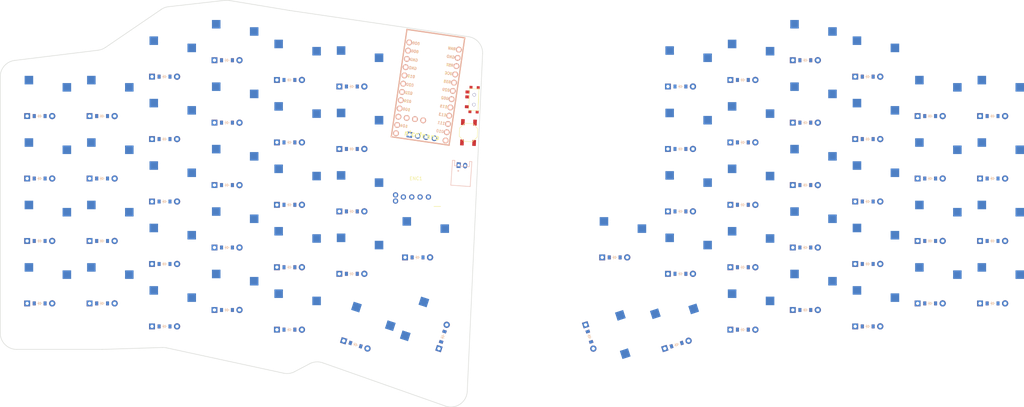
<source format=kicad_pcb>
(kicad_pcb (version 20171130) (host pcbnew 5.1.6)
  (title_block (title "left") (rev "v1.0.0") (company "Unknown"))
  (layers (0 F.Cu signal) (31 B.Cu signal) (34 B.Paste user) (35 F.Paste user) (36 B.SilkS user) (37 F.SilkS user) (38 B.Mask user) (39 F.Mask user) (44 Edge.Cuts user))
  (net 0 "")
  (net 1 "P115")
  (net 2 "outer_bottom")
  (net 3 "outer_home")
  (net 4 "outer_top")
  (net 5 "outer_num")
  (net 6 "P113")
  (net 7 "pinky_bottom")
  (net 8 "pinky_home")
  (net 9 "pinky_top")
  (net 10 "pinky_num")
  (net 11 "P111")
  (net 12 "ring_mod")
  (net 13 "ring_bottom")
  (net 14 "ring_home")
  (net 15 "ring_top")
  (net 16 "ring_num")
  (net 17 "P010")
  (net 18 "middle_mod")
  (net 19 "middle_bottom")
  (net 20 "middle_home")
  (net 21 "middle_top")
  (net 22 "middle_num")
  (net 23 "P009")
  (net 24 "index_mod")
  (net 25 "index_bottom")
  (net 26 "index_home")
  (net 27 "index_top")
  (net 28 "index_num")
  (net 29 "P011")
  (net 30 "inner_bottom")
  (net 31 "inner_home")
  (net 32 "inner_top")
  (net 33 "inner_num")
  (net 34 "P104")
  (net 35 "inner_mod_home")
  (net 36 "home_cluster")
  (net 37 "far_cluster")
  (net 38 "mirror_outer_bottom")
  (net 39 "mirror_outer_home")
  (net 40 "mirror_outer_top")
  (net 41 "mirror_outer_num")
  (net 42 "mirror_pinky_bottom")
  (net 43 "mirror_pinky_home")
  (net 44 "mirror_pinky_top")
  (net 45 "mirror_pinky_num")
  (net 46 "mirror_ring_mod")
  (net 47 "mirror_ring_bottom")
  (net 48 "mirror_ring_home")
  (net 49 "mirror_ring_top")
  (net 50 "mirror_ring_num")
  (net 51 "mirror_middle_mod")
  (net 52 "mirror_middle_bottom")
  (net 53 "mirror_middle_home")
  (net 54 "mirror_middle_top")
  (net 55 "mirror_middle_num")
  (net 56 "mirror_index_mod")
  (net 57 "mirror_index_bottom")
  (net 58 "mirror_index_home")
  (net 59 "mirror_index_top")
  (net 60 "mirror_index_num")
  (net 61 "mirror_inner_bottom")
  (net 62 "mirror_inner_home")
  (net 63 "mirror_inner_top")
  (net 64 "mirror_inner_num")
  (net 65 "mirror_inner_mod_home")
  (net 66 "mirror_home_cluster")
  (net 67 "mirror_far_cluster")
  (net 68 "P020")
  (net 69 "P017")
  (net 70 "P008")
  (net 71 "P006")
  (net 72 "P022")
  (net 73 "RAW")
  (net 74 "GND")
  (net 75 "RST")
  (net 76 "VCC")
  (net 77 "P031")
  (net 78 "P029")
  (net 79 "P002")
  (net 80 "P024")
  (net 81 "P100")
  (net 82 "P106")
  (net 83 "P101")
  (net 84 "P102")
  (net 85 "P107")
  (net 86 "pos")
  (net 87 "S2")
  (net 88 "D")
  (module PG1350 (layer F.Cu) (at 0 -19 0)
    (fp_text reference "S1" hide)
    (fp_text value "" hide)
    (pad "" np_thru_hole circle (at 0 0) (size 3.429 3.429) (drill 3.429) (layers *.Cu *.Mask))
    (pad "" np_thru_hole circle (at 5.5 0) (size 1.7018 1.7018) (drill 1.7018) (layers *.Cu *.Mask))
    (pad "" np_thru_hole circle (at -5.5 0) (size 1.7018 1.7018) (drill 1.7018) (layers *.Cu *.Mask))
    (pad "" np_thru_hole circle (at 5 -3.75) (size 3 3) (drill 3) (layers *.Cu *.Mask))
    (pad "" np_thru_hole circle (at 0 -5.95) (size 3 3) (drill 3) (layers *.Cu *.Mask))
    (pad 1 smd rect (at -3.275 -5.95 0) (size 2.6 2.6) (layers B.Cu B.Paste B.Mask) (net 1 "P115"))
    (pad 2 smd rect (at 8.275 -3.75 0) (size 2.6 2.6) (layers B.Cu B.Paste B.Mask) (net 2 "outer_bottom"))
  )
  (module PG1350 (layer F.Cu) (at 0 -38 0)
    (fp_text reference "S2" hide)
    (fp_text value "" hide)
    (pad "" np_thru_hole circle (at 0 0) (size 3.429 3.429) (drill 3.429) (layers *.Cu *.Mask))
    (pad "" np_thru_hole circle (at 5.5 0) (size 1.7018 1.7018) (drill 1.7018) (layers *.Cu *.Mask))
    (pad "" np_thru_hole circle (at -5.5 0) (size 1.7018 1.7018) (drill 1.7018) (layers *.Cu *.Mask))
    (pad "" np_thru_hole circle (at 5 -3.75) (size 3 3) (drill 3) (layers *.Cu *.Mask))
    (pad "" np_thru_hole circle (at 0 -5.95) (size 3 3) (drill 3) (layers *.Cu *.Mask))
    (pad 1 smd rect (at -3.275 -5.95 0) (size 2.6 2.6) (layers B.Cu B.Paste B.Mask) (net 1 "P115"))
    (pad 2 smd rect (at 8.275 -3.75 0) (size 2.6 2.6) (layers B.Cu B.Paste B.Mask) (net 3 "outer_home"))
  )
  (module PG1350 (layer F.Cu) (at 0 -57 0)
    (fp_text reference "S3" hide)
    (fp_text value "" hide)
    (pad "" np_thru_hole circle (at 0 0) (size 3.429 3.429) (drill 3.429) (layers *.Cu *.Mask))
    (pad "" np_thru_hole circle (at 5.5 0) (size 1.7018 1.7018) (drill 1.7018) (layers *.Cu *.Mask))
    (pad "" np_thru_hole circle (at -5.5 0) (size 1.7018 1.7018) (drill 1.7018) (layers *.Cu *.Mask))
    (pad "" np_thru_hole circle (at 5 -3.75) (size 3 3) (drill 3) (layers *.Cu *.Mask))
    (pad "" np_thru_hole circle (at 0 -5.95) (size 3 3) (drill 3) (layers *.Cu *.Mask))
    (pad 1 smd rect (at -3.275 -5.95 0) (size 2.6 2.6) (layers B.Cu B.Paste B.Mask) (net 1 "P115"))
    (pad 2 smd rect (at 8.275 -3.75 0) (size 2.6 2.6) (layers B.Cu B.Paste B.Mask) (net 4 "outer_top"))
  )
  (module PG1350 (layer F.Cu) (at 0 -76 0)
    (fp_text reference "S4" hide)
    (fp_text value "" hide)
    (pad "" np_thru_hole circle (at 0 0) (size 3.429 3.429) (drill 3.429) (layers *.Cu *.Mask))
    (pad "" np_thru_hole circle (at 5.5 0) (size 1.7018 1.7018) (drill 1.7018) (layers *.Cu *.Mask))
    (pad "" np_thru_hole circle (at -5.5 0) (size 1.7018 1.7018) (drill 1.7018) (layers *.Cu *.Mask))
    (pad "" np_thru_hole circle (at 5 -3.75) (size 3 3) (drill 3) (layers *.Cu *.Mask))
    (pad "" np_thru_hole circle (at 0 -5.95) (size 3 3) (drill 3) (layers *.Cu *.Mask))
    (pad 1 smd rect (at -3.275 -5.95 0) (size 2.6 2.6) (layers B.Cu B.Paste B.Mask) (net 1 "P115"))
    (pad 2 smd rect (at 8.275 -3.75 0) (size 2.6 2.6) (layers B.Cu B.Paste B.Mask) (net 5 "outer_num"))
  )
  (module PG1350 (layer F.Cu) (at 19 -19 0)
    (fp_text reference "S5" hide)
    (fp_text value "" hide)
    (pad "" np_thru_hole circle (at 0 0) (size 3.429 3.429) (drill 3.429) (layers *.Cu *.Mask))
    (pad "" np_thru_hole circle (at 5.5 0) (size 1.7018 1.7018) (drill 1.7018) (layers *.Cu *.Mask))
    (pad "" np_thru_hole circle (at -5.5 0) (size 1.7018 1.7018) (drill 1.7018) (layers *.Cu *.Mask))
    (pad "" np_thru_hole circle (at 5 -3.75) (size 3 3) (drill 3) (layers *.Cu *.Mask))
    (pad "" np_thru_hole circle (at 0 -5.95) (size 3 3) (drill 3) (layers *.Cu *.Mask))
    (pad 1 smd rect (at -3.275 -5.95 0) (size 2.6 2.6) (layers B.Cu B.Paste B.Mask) (net 6 "P113"))
    (pad 2 smd rect (at 8.275 -3.75 0) (size 2.6 2.6) (layers B.Cu B.Paste B.Mask) (net 7 "pinky_bottom"))
  )
  (module PG1350 (layer F.Cu) (at 19 -38 0)
    (fp_text reference "S6" hide)
    (fp_text value "" hide)
    (pad "" np_thru_hole circle (at 0 0) (size 3.429 3.429) (drill 3.429) (layers *.Cu *.Mask))
    (pad "" np_thru_hole circle (at 5.5 0) (size 1.7018 1.7018) (drill 1.7018) (layers *.Cu *.Mask))
    (pad "" np_thru_hole circle (at -5.5 0) (size 1.7018 1.7018) (drill 1.7018) (layers *.Cu *.Mask))
    (pad "" np_thru_hole circle (at 5 -3.75) (size 3 3) (drill 3) (layers *.Cu *.Mask))
    (pad "" np_thru_hole circle (at 0 -5.95) (size 3 3) (drill 3) (layers *.Cu *.Mask))
    (pad 1 smd rect (at -3.275 -5.95 0) (size 2.6 2.6) (layers B.Cu B.Paste B.Mask) (net 6 "P113"))
    (pad 2 smd rect (at 8.275 -3.75 0) (size 2.6 2.6) (layers B.Cu B.Paste B.Mask) (net 8 "pinky_home"))
  )
  (module PG1350 (layer F.Cu) (at 19 -57 0)
    (fp_text reference "S7" hide)
    (fp_text value "" hide)
    (pad "" np_thru_hole circle (at 0 0) (size 3.429 3.429) (drill 3.429) (layers *.Cu *.Mask))
    (pad "" np_thru_hole circle (at 5.5 0) (size 1.7018 1.7018) (drill 1.7018) (layers *.Cu *.Mask))
    (pad "" np_thru_hole circle (at -5.5 0) (size 1.7018 1.7018) (drill 1.7018) (layers *.Cu *.Mask))
    (pad "" np_thru_hole circle (at 5 -3.75) (size 3 3) (drill 3) (layers *.Cu *.Mask))
    (pad "" np_thru_hole circle (at 0 -5.95) (size 3 3) (drill 3) (layers *.Cu *.Mask))
    (pad 1 smd rect (at -3.275 -5.95 0) (size 2.6 2.6) (layers B.Cu B.Paste B.Mask) (net 6 "P113"))
    (pad 2 smd rect (at 8.275 -3.75 0) (size 2.6 2.6) (layers B.Cu B.Paste B.Mask) (net 9 "pinky_top"))
  )
  (module PG1350 (layer F.Cu) (at 19 -76 0)
    (fp_text reference "S8" hide)
    (fp_text value "" hide)
    (pad "" np_thru_hole circle (at 0 0) (size 3.429 3.429) (drill 3.429) (layers *.Cu *.Mask))
    (pad "" np_thru_hole circle (at 5.5 0) (size 1.7018 1.7018) (drill 1.7018) (layers *.Cu *.Mask))
    (pad "" np_thru_hole circle (at -5.5 0) (size 1.7018 1.7018) (drill 1.7018) (layers *.Cu *.Mask))
    (pad "" np_thru_hole circle (at 5 -3.75) (size 3 3) (drill 3) (layers *.Cu *.Mask))
    (pad "" np_thru_hole circle (at 0 -5.95) (size 3 3) (drill 3) (layers *.Cu *.Mask))
    (pad 1 smd rect (at -3.275 -5.95 0) (size 2.6 2.6) (layers B.Cu B.Paste B.Mask) (net 6 "P113"))
    (pad 2 smd rect (at 8.275 -3.75 0) (size 2.6 2.6) (layers B.Cu B.Paste B.Mask) (net 10 "pinky_num"))
  )
  (module PG1350 (layer F.Cu) (at 38 -12 0)
    (fp_text reference "S9" hide)
    (fp_text value "" hide)
    (pad "" np_thru_hole circle (at 0 0) (size 3.429 3.429) (drill 3.429) (layers *.Cu *.Mask))
    (pad "" np_thru_hole circle (at 5.5 0) (size 1.7018 1.7018) (drill 1.7018) (layers *.Cu *.Mask))
    (pad "" np_thru_hole circle (at -5.5 0) (size 1.7018 1.7018) (drill 1.7018) (layers *.Cu *.Mask))
    (pad "" np_thru_hole circle (at 5 -3.75) (size 3 3) (drill 3) (layers *.Cu *.Mask))
    (pad "" np_thru_hole circle (at 0 -5.95) (size 3 3) (drill 3) (layers *.Cu *.Mask))
    (pad 1 smd rect (at -3.275 -5.95 0) (size 2.6 2.6) (layers B.Cu B.Paste B.Mask) (net 11 "P111"))
    (pad 2 smd rect (at 8.275 -3.75 0) (size 2.6 2.6) (layers B.Cu B.Paste B.Mask) (net 12 "ring_mod"))
  )
  (module PG1350 (layer F.Cu) (at 38 -31 0)
    (fp_text reference "S10" hide)
    (fp_text value "" hide)
    (pad "" np_thru_hole circle (at 0 0) (size 3.429 3.429) (drill 3.429) (layers *.Cu *.Mask))
    (pad "" np_thru_hole circle (at 5.5 0) (size 1.7018 1.7018) (drill 1.7018) (layers *.Cu *.Mask))
    (pad "" np_thru_hole circle (at -5.5 0) (size 1.7018 1.7018) (drill 1.7018) (layers *.Cu *.Mask))
    (pad "" np_thru_hole circle (at 5 -3.75) (size 3 3) (drill 3) (layers *.Cu *.Mask))
    (pad "" np_thru_hole circle (at 0 -5.95) (size 3 3) (drill 3) (layers *.Cu *.Mask))
    (pad 1 smd rect (at -3.275 -5.95 0) (size 2.6 2.6) (layers B.Cu B.Paste B.Mask) (net 11 "P111"))
    (pad 2 smd rect (at 8.275 -3.75 0) (size 2.6 2.6) (layers B.Cu B.Paste B.Mask) (net 13 "ring_bottom"))
  )
  (module PG1350 (layer F.Cu) (at 38 -50 0)
    (fp_text reference "S11" hide)
    (fp_text value "" hide)
    (pad "" np_thru_hole circle (at 0 0) (size 3.429 3.429) (drill 3.429) (layers *.Cu *.Mask))
    (pad "" np_thru_hole circle (at 5.5 0) (size 1.7018 1.7018) (drill 1.7018) (layers *.Cu *.Mask))
    (pad "" np_thru_hole circle (at -5.5 0) (size 1.7018 1.7018) (drill 1.7018) (layers *.Cu *.Mask))
    (pad "" np_thru_hole circle (at 5 -3.75) (size 3 3) (drill 3) (layers *.Cu *.Mask))
    (pad "" np_thru_hole circle (at 0 -5.95) (size 3 3) (drill 3) (layers *.Cu *.Mask))
    (pad 1 smd rect (at -3.275 -5.95 0) (size 2.6 2.6) (layers B.Cu B.Paste B.Mask) (net 11 "P111"))
    (pad 2 smd rect (at 8.275 -3.75 0) (size 2.6 2.6) (layers B.Cu B.Paste B.Mask) (net 14 "ring_home"))
  )
  (module PG1350 (layer F.Cu) (at 38 -69 0)
    (fp_text reference "S12" hide)
    (fp_text value "" hide)
    (pad "" np_thru_hole circle (at 0 0) (size 3.429 3.429) (drill 3.429) (layers *.Cu *.Mask))
    (pad "" np_thru_hole circle (at 5.5 0) (size 1.7018 1.7018) (drill 1.7018) (layers *.Cu *.Mask))
    (pad "" np_thru_hole circle (at -5.5 0) (size 1.7018 1.7018) (drill 1.7018) (layers *.Cu *.Mask))
    (pad "" np_thru_hole circle (at 5 -3.75) (size 3 3) (drill 3) (layers *.Cu *.Mask))
    (pad "" np_thru_hole circle (at 0 -5.95) (size 3 3) (drill 3) (layers *.Cu *.Mask))
    (pad 1 smd rect (at -3.275 -5.95 0) (size 2.6 2.6) (layers B.Cu B.Paste B.Mask) (net 11 "P111"))
    (pad 2 smd rect (at 8.275 -3.75 0) (size 2.6 2.6) (layers B.Cu B.Paste B.Mask) (net 15 "ring_top"))
  )
  (module PG1350 (layer F.Cu) (at 38 -88 0)
    (fp_text reference "S13" hide)
    (fp_text value "" hide)
    (pad "" np_thru_hole circle (at 0 0) (size 3.429 3.429) (drill 3.429) (layers *.Cu *.Mask))
    (pad "" np_thru_hole circle (at 5.5 0) (size 1.7018 1.7018) (drill 1.7018) (layers *.Cu *.Mask))
    (pad "" np_thru_hole circle (at -5.5 0) (size 1.7018 1.7018) (drill 1.7018) (layers *.Cu *.Mask))
    (pad "" np_thru_hole circle (at 5 -3.75) (size 3 3) (drill 3) (layers *.Cu *.Mask))
    (pad "" np_thru_hole circle (at 0 -5.95) (size 3 3) (drill 3) (layers *.Cu *.Mask))
    (pad 1 smd rect (at -3.275 -5.95 0) (size 2.6 2.6) (layers B.Cu B.Paste B.Mask) (net 11 "P111"))
    (pad 2 smd rect (at 8.275 -3.75 0) (size 2.6 2.6) (layers B.Cu B.Paste B.Mask) (net 16 "ring_num"))
  )
  (module PG1350 (layer F.Cu) (at 57 -17 0)
    (fp_text reference "S14" hide)
    (fp_text value "" hide)
    (pad "" np_thru_hole circle (at 0 0) (size 3.429 3.429) (drill 3.429) (layers *.Cu *.Mask))
    (pad "" np_thru_hole circle (at 5.5 0) (size 1.7018 1.7018) (drill 1.7018) (layers *.Cu *.Mask))
    (pad "" np_thru_hole circle (at -5.5 0) (size 1.7018 1.7018) (drill 1.7018) (layers *.Cu *.Mask))
    (pad "" np_thru_hole circle (at 5 -3.75) (size 3 3) (drill 3) (layers *.Cu *.Mask))
    (pad "" np_thru_hole circle (at 0 -5.95) (size 3 3) (drill 3) (layers *.Cu *.Mask))
    (pad 1 smd rect (at -3.275 -5.95 0) (size 2.6 2.6) (layers B.Cu B.Paste B.Mask) (net 17 "P010"))
    (pad 2 smd rect (at 8.275 -3.75 0) (size 2.6 2.6) (layers B.Cu B.Paste B.Mask) (net 18 "middle_mod"))
  )
  (module PG1350 (layer F.Cu) (at 57 -36 0)
    (fp_text reference "S15" hide)
    (fp_text value "" hide)
    (pad "" np_thru_hole circle (at 0 0) (size 3.429 3.429) (drill 3.429) (layers *.Cu *.Mask))
    (pad "" np_thru_hole circle (at 5.5 0) (size 1.7018 1.7018) (drill 1.7018) (layers *.Cu *.Mask))
    (pad "" np_thru_hole circle (at -5.5 0) (size 1.7018 1.7018) (drill 1.7018) (layers *.Cu *.Mask))
    (pad "" np_thru_hole circle (at 5 -3.75) (size 3 3) (drill 3) (layers *.Cu *.Mask))
    (pad "" np_thru_hole circle (at 0 -5.95) (size 3 3) (drill 3) (layers *.Cu *.Mask))
    (pad 1 smd rect (at -3.275 -5.95 0) (size 2.6 2.6) (layers B.Cu B.Paste B.Mask) (net 17 "P010"))
    (pad 2 smd rect (at 8.275 -3.75 0) (size 2.6 2.6) (layers B.Cu B.Paste B.Mask) (net 19 "middle_bottom"))
  )
  (module PG1350 (layer F.Cu) (at 57 -55 0)
    (fp_text reference "S16" hide)
    (fp_text value "" hide)
    (pad "" np_thru_hole circle (at 0 0) (size 3.429 3.429) (drill 3.429) (layers *.Cu *.Mask))
    (pad "" np_thru_hole circle (at 5.5 0) (size 1.7018 1.7018) (drill 1.7018) (layers *.Cu *.Mask))
    (pad "" np_thru_hole circle (at -5.5 0) (size 1.7018 1.7018) (drill 1.7018) (layers *.Cu *.Mask))
    (pad "" np_thru_hole circle (at 5 -3.75) (size 3 3) (drill 3) (layers *.Cu *.Mask))
    (pad "" np_thru_hole circle (at 0 -5.95) (size 3 3) (drill 3) (layers *.Cu *.Mask))
    (pad 1 smd rect (at -3.275 -5.95 0) (size 2.6 2.6) (layers B.Cu B.Paste B.Mask) (net 17 "P010"))
    (pad 2 smd rect (at 8.275 -3.75 0) (size 2.6 2.6) (layers B.Cu B.Paste B.Mask) (net 20 "middle_home"))
  )
  (module PG1350 (layer F.Cu) (at 57 -74 0)
    (fp_text reference "S17" hide)
    (fp_text value "" hide)
    (pad "" np_thru_hole circle (at 0 0) (size 3.429 3.429) (drill 3.429) (layers *.Cu *.Mask))
    (pad "" np_thru_hole circle (at 5.5 0) (size 1.7018 1.7018) (drill 1.7018) (layers *.Cu *.Mask))
    (pad "" np_thru_hole circle (at -5.5 0) (size 1.7018 1.7018) (drill 1.7018) (layers *.Cu *.Mask))
    (pad "" np_thru_hole circle (at 5 -3.75) (size 3 3) (drill 3) (layers *.Cu *.Mask))
    (pad "" np_thru_hole circle (at 0 -5.95) (size 3 3) (drill 3) (layers *.Cu *.Mask))
    (pad 1 smd rect (at -3.275 -5.95 0) (size 2.6 2.6) (layers B.Cu B.Paste B.Mask) (net 17 "P010"))
    (pad 2 smd rect (at 8.275 -3.75 0) (size 2.6 2.6) (layers B.Cu B.Paste B.Mask) (net 21 "middle_top"))
  )
  (module PG1350 (layer F.Cu) (at 57 -93 0)
    (fp_text reference "S18" hide)
    (fp_text value "" hide)
    (pad "" np_thru_hole circle (at 0 0) (size 3.429 3.429) (drill 3.429) (layers *.Cu *.Mask))
    (pad "" np_thru_hole circle (at 5.5 0) (size 1.7018 1.7018) (drill 1.7018) (layers *.Cu *.Mask))
    (pad "" np_thru_hole circle (at -5.5 0) (size 1.7018 1.7018) (drill 1.7018) (layers *.Cu *.Mask))
    (pad "" np_thru_hole circle (at 5 -3.75) (size 3 3) (drill 3) (layers *.Cu *.Mask))
    (pad "" np_thru_hole circle (at 0 -5.95) (size 3 3) (drill 3) (layers *.Cu *.Mask))
    (pad 1 smd rect (at -3.275 -5.95 0) (size 2.6 2.6) (layers B.Cu B.Paste B.Mask) (net 17 "P010"))
    (pad 2 smd rect (at 8.275 -3.75 0) (size 2.6 2.6) (layers B.Cu B.Paste B.Mask) (net 22 "middle_num"))
  )
  (module PG1350 (layer F.Cu) (at 76 -11 0)
    (fp_text reference "S19" hide)
    (fp_text value "" hide)
    (pad "" np_thru_hole circle (at 0 0) (size 3.429 3.429) (drill 3.429) (layers *.Cu *.Mask))
    (pad "" np_thru_hole circle (at 5.5 0) (size 1.7018 1.7018) (drill 1.7018) (layers *.Cu *.Mask))
    (pad "" np_thru_hole circle (at -5.5 0) (size 1.7018 1.7018) (drill 1.7018) (layers *.Cu *.Mask))
    (pad "" np_thru_hole circle (at 5 -3.75) (size 3 3) (drill 3) (layers *.Cu *.Mask))
    (pad "" np_thru_hole circle (at 0 -5.95) (size 3 3) (drill 3) (layers *.Cu *.Mask))
    (pad 1 smd rect (at -3.275 -5.95 0) (size 2.6 2.6) (layers B.Cu B.Paste B.Mask) (net 23 "P009"))
    (pad 2 smd rect (at 8.275 -3.75 0) (size 2.6 2.6) (layers B.Cu B.Paste B.Mask) (net 24 "index_mod"))
  )
  (module PG1350 (layer F.Cu) (at 76 -30 0)
    (fp_text reference "S20" hide)
    (fp_text value "" hide)
    (pad "" np_thru_hole circle (at 0 0) (size 3.429 3.429) (drill 3.429) (layers *.Cu *.Mask))
    (pad "" np_thru_hole circle (at 5.5 0) (size 1.7018 1.7018) (drill 1.7018) (layers *.Cu *.Mask))
    (pad "" np_thru_hole circle (at -5.5 0) (size 1.7018 1.7018) (drill 1.7018) (layers *.Cu *.Mask))
    (pad "" np_thru_hole circle (at 5 -3.75) (size 3 3) (drill 3) (layers *.Cu *.Mask))
    (pad "" np_thru_hole circle (at 0 -5.95) (size 3 3) (drill 3) (layers *.Cu *.Mask))
    (pad 1 smd rect (at -3.275 -5.95 0) (size 2.6 2.6) (layers B.Cu B.Paste B.Mask) (net 23 "P009"))
    (pad 2 smd rect (at 8.275 -3.75 0) (size 2.6 2.6) (layers B.Cu B.Paste B.Mask) (net 25 "index_bottom"))
  )
  (module PG1350 (layer F.Cu) (at 76 -49 0)
    (fp_text reference "S21" hide)
    (fp_text value "" hide)
    (pad "" np_thru_hole circle (at 0 0) (size 3.429 3.429) (drill 3.429) (layers *.Cu *.Mask))
    (pad "" np_thru_hole circle (at 5.5 0) (size 1.7018 1.7018) (drill 1.7018) (layers *.Cu *.Mask))
    (pad "" np_thru_hole circle (at -5.5 0) (size 1.7018 1.7018) (drill 1.7018) (layers *.Cu *.Mask))
    (pad "" np_thru_hole circle (at 5 -3.75) (size 3 3) (drill 3) (layers *.Cu *.Mask))
    (pad "" np_thru_hole circle (at 0 -5.95) (size 3 3) (drill 3) (layers *.Cu *.Mask))
    (pad 1 smd rect (at -3.275 -5.95 0) (size 2.6 2.6) (layers B.Cu B.Paste B.Mask) (net 23 "P009"))
    (pad 2 smd rect (at 8.275 -3.75 0) (size 2.6 2.6) (layers B.Cu B.Paste B.Mask) (net 26 "index_home"))
  )
  (module PG1350 (layer F.Cu) (at 76 -68 0)
    (fp_text reference "S22" hide)
    (fp_text value "" hide)
    (pad "" np_thru_hole circle (at 0 0) (size 3.429 3.429) (drill 3.429) (layers *.Cu *.Mask))
    (pad "" np_thru_hole circle (at 5.5 0) (size 1.7018 1.7018) (drill 1.7018) (layers *.Cu *.Mask))
    (pad "" np_thru_hole circle (at -5.5 0) (size 1.7018 1.7018) (drill 1.7018) (layers *.Cu *.Mask))
    (pad "" np_thru_hole circle (at 5 -3.75) (size 3 3) (drill 3) (layers *.Cu *.Mask))
    (pad "" np_thru_hole circle (at 0 -5.95) (size 3 3) (drill 3) (layers *.Cu *.Mask))
    (pad 1 smd rect (at -3.275 -5.95 0) (size 2.6 2.6) (layers B.Cu B.Paste B.Mask) (net 23 "P009"))
    (pad 2 smd rect (at 8.275 -3.75 0) (size 2.6 2.6) (layers B.Cu B.Paste B.Mask) (net 27 "index_top"))
  )
  (module PG1350 (layer F.Cu) (at 76 -87 0)
    (fp_text reference "S23" hide)
    (fp_text value "" hide)
    (pad "" np_thru_hole circle (at 0 0) (size 3.429 3.429) (drill 3.429) (layers *.Cu *.Mask))
    (pad "" np_thru_hole circle (at 5.5 0) (size 1.7018 1.7018) (drill 1.7018) (layers *.Cu *.Mask))
    (pad "" np_thru_hole circle (at -5.5 0) (size 1.7018 1.7018) (drill 1.7018) (layers *.Cu *.Mask))
    (pad "" np_thru_hole circle (at 5 -3.75) (size 3 3) (drill 3) (layers *.Cu *.Mask))
    (pad "" np_thru_hole circle (at 0 -5.95) (size 3 3) (drill 3) (layers *.Cu *.Mask))
    (pad 1 smd rect (at -3.275 -5.95 0) (size 2.6 2.6) (layers B.Cu B.Paste B.Mask) (net 23 "P009"))
    (pad 2 smd rect (at 8.275 -3.75 0) (size 2.6 2.6) (layers B.Cu B.Paste B.Mask) (net 28 "index_num"))
  )
  (module PG1350 (layer F.Cu) (at 95 -28 0)
    (fp_text reference "S24" hide)
    (fp_text value "" hide)
    (pad "" np_thru_hole circle (at 0 0) (size 3.429 3.429) (drill 3.429) (layers *.Cu *.Mask))
    (pad "" np_thru_hole circle (at 5.5 0) (size 1.7018 1.7018) (drill 1.7018) (layers *.Cu *.Mask))
    (pad "" np_thru_hole circle (at -5.5 0) (size 1.7018 1.7018) (drill 1.7018) (layers *.Cu *.Mask))
    (pad "" np_thru_hole circle (at 5 -3.75) (size 3 3) (drill 3) (layers *.Cu *.Mask))
    (pad "" np_thru_hole circle (at 0 -5.95) (size 3 3) (drill 3) (layers *.Cu *.Mask))
    (pad 1 smd rect (at -3.275 -5.95 0) (size 2.6 2.6) (layers B.Cu B.Paste B.Mask) (net 29 "P011"))
    (pad 2 smd rect (at 8.275 -3.75 0) (size 2.6 2.6) (layers B.Cu B.Paste B.Mask) (net 30 "inner_bottom"))
  )
  (module PG1350 (layer F.Cu) (at 95 -47 0)
    (fp_text reference "S25" hide)
    (fp_text value "" hide)
    (pad "" np_thru_hole circle (at 0 0) (size 3.429 3.429) (drill 3.429) (layers *.Cu *.Mask))
    (pad "" np_thru_hole circle (at 5.5 0) (size 1.7018 1.7018) (drill 1.7018) (layers *.Cu *.Mask))
    (pad "" np_thru_hole circle (at -5.5 0) (size 1.7018 1.7018) (drill 1.7018) (layers *.Cu *.Mask))
    (pad "" np_thru_hole circle (at 5 -3.75) (size 3 3) (drill 3) (layers *.Cu *.Mask))
    (pad "" np_thru_hole circle (at 0 -5.95) (size 3 3) (drill 3) (layers *.Cu *.Mask))
    (pad 1 smd rect (at -3.275 -5.95 0) (size 2.6 2.6) (layers B.Cu B.Paste B.Mask) (net 29 "P011"))
    (pad 2 smd rect (at 8.275 -3.75 0) (size 2.6 2.6) (layers B.Cu B.Paste B.Mask) (net 31 "inner_home"))
  )
  (module PG1350 (layer F.Cu) (at 95 -66 0)
    (fp_text reference "S26" hide)
    (fp_text value "" hide)
    (pad "" np_thru_hole circle (at 0 0) (size 3.429 3.429) (drill 3.429) (layers *.Cu *.Mask))
    (pad "" np_thru_hole circle (at 5.5 0) (size 1.7018 1.7018) (drill 1.7018) (layers *.Cu *.Mask))
    (pad "" np_thru_hole circle (at -5.5 0) (size 1.7018 1.7018) (drill 1.7018) (layers *.Cu *.Mask))
    (pad "" np_thru_hole circle (at 5 -3.75) (size 3 3) (drill 3) (layers *.Cu *.Mask))
    (pad "" np_thru_hole circle (at 0 -5.95) (size 3 3) (drill 3) (layers *.Cu *.Mask))
    (pad 1 smd rect (at -3.275 -5.95 0) (size 2.6 2.6) (layers B.Cu B.Paste B.Mask) (net 29 "P011"))
    (pad 2 smd rect (at 8.275 -3.75 0) (size 2.6 2.6) (layers B.Cu B.Paste B.Mask) (net 32 "inner_top"))
  )
  (module PG1350 (layer F.Cu) (at 95 -85 0)
    (fp_text reference "S27" hide)
    (fp_text value "" hide)
    (pad "" np_thru_hole circle (at 0 0) (size 3.429 3.429) (drill 3.429) (layers *.Cu *.Mask))
    (pad "" np_thru_hole circle (at 5.5 0) (size 1.7018 1.7018) (drill 1.7018) (layers *.Cu *.Mask))
    (pad "" np_thru_hole circle (at -5.5 0) (size 1.7018 1.7018) (drill 1.7018) (layers *.Cu *.Mask))
    (pad "" np_thru_hole circle (at 5 -3.75) (size 3 3) (drill 3) (layers *.Cu *.Mask))
    (pad "" np_thru_hole circle (at 0 -5.95) (size 3 3) (drill 3) (layers *.Cu *.Mask))
    (pad 1 smd rect (at -3.275 -5.95 0) (size 2.6 2.6) (layers B.Cu B.Paste B.Mask) (net 29 "P011"))
    (pad 2 smd rect (at 8.275 -3.75 0) (size 2.6 2.6) (layers B.Cu B.Paste B.Mask) (net 33 "inner_num"))
  )
  (module PG1350 (layer F.Cu) (at 115 -33 0)
    (fp_text reference "S28" hide)
    (fp_text value "" hide)
    (pad "" np_thru_hole circle (at 0 0) (size 3.429 3.429) (drill 3.429) (layers *.Cu *.Mask))
    (pad "" np_thru_hole circle (at 5.5 0) (size 1.7018 1.7018) (drill 1.7018) (layers *.Cu *.Mask))
    (pad "" np_thru_hole circle (at -5.5 0) (size 1.7018 1.7018) (drill 1.7018) (layers *.Cu *.Mask))
    (pad "" np_thru_hole circle (at 5 -3.75) (size 3 3) (drill 3) (layers *.Cu *.Mask))
    (pad "" np_thru_hole circle (at 0 -5.95) (size 3 3) (drill 3) (layers *.Cu *.Mask))
    (pad 1 smd rect (at -3.275 -5.95 0) (size 2.6 2.6) (layers B.Cu B.Paste B.Mask) (net 34 "P104"))
    (pad 2 smd rect (at 8.275 -3.75 0) (size 2.6 2.6) (layers B.Cu B.Paste B.Mask) (net 35 "inner_mod_home"))
  )
  (module PG1350 (layer F.Cu) (at 97.6841508 -6.2020669999999996 -18)
    (fp_text reference "S29" hide)
    (fp_text value "" hide)
    (pad "" np_thru_hole circle (at 0 0) (size 3.429 3.429) (drill 3.429) (layers *.Cu *.Mask))
    (pad "" np_thru_hole circle (at 5.5 0) (size 1.7018 1.7018) (drill 1.7018) (layers *.Cu *.Mask))
    (pad "" np_thru_hole circle (at -5.5 0) (size 1.7018 1.7018) (drill 1.7018) (layers *.Cu *.Mask))
    (pad "" np_thru_hole circle (at 5 -3.75) (size 3 3) (drill 3) (layers *.Cu *.Mask))
    (pad "" np_thru_hole circle (at 0 -5.95) (size 3 3) (drill 3) (layers *.Cu *.Mask))
    (pad 1 smd rect (at -3.275 -5.95 -18) (size 2.6 2.6) (layers B.Cu B.Paste B.Mask) (net 29 "P011"))
    (pad 2 smd rect (at 8.275 -3.75 -18) (size 2.6 2.6) (layers B.Cu B.Paste B.Mask) (net 36 "home_cluster"))
  )
  (module PG1350 (layer F.Cu) (at 117.92934629999999 -5.4070465 72)
    (fp_text reference "S30" hide)
    (fp_text value "" hide)
    (pad "" np_thru_hole circle (at 0 0) (size 3.429 3.429) (drill 3.429) (layers *.Cu *.Mask))
    (pad "" np_thru_hole circle (at 5.5 0) (size 1.7018 1.7018) (drill 1.7018) (layers *.Cu *.Mask))
    (pad "" np_thru_hole circle (at -5.5 0) (size 1.7018 1.7018) (drill 1.7018) (layers *.Cu *.Mask))
    (pad "" np_thru_hole circle (at 5 -3.75) (size 3 3) (drill 3) (layers *.Cu *.Mask))
    (pad "" np_thru_hole circle (at 0 -5.95) (size 3 3) (drill 3) (layers *.Cu *.Mask))
    (pad 1 smd rect (at -3.275 -5.95 72) (size 2.6 2.6) (layers B.Cu B.Paste B.Mask) (net 34 "P104"))
    (pad 2 smd rect (at 8.275 -3.75 72) (size 2.6 2.6) (layers B.Cu B.Paste B.Mask) (net 37 "far_cluster"))
  )
  (module PG1350 (layer F.Cu) (at 290 -19 0)
    (fp_text reference "S31" hide)
    (fp_text value "" hide)
    (pad "" np_thru_hole circle (at 0 0) (size 3.429 3.429) (drill 3.429) (layers *.Cu *.Mask))
    (pad "" np_thru_hole circle (at 5.5 0) (size 1.7018 1.7018) (drill 1.7018) (layers *.Cu *.Mask))
    (pad "" np_thru_hole circle (at -5.5 0) (size 1.7018 1.7018) (drill 1.7018) (layers *.Cu *.Mask))
    (pad "" np_thru_hole circle (at 5 -3.75) (size 3 3) (drill 3) (layers *.Cu *.Mask))
    (pad "" np_thru_hole circle (at 0 -5.95) (size 3 3) (drill 3) (layers *.Cu *.Mask))
    (pad 1 smd rect (at -3.275 -5.95 0) (size 2.6 2.6) (layers B.Cu B.Paste B.Mask) (net 1 "P115"))
    (pad 2 smd rect (at 8.275 -3.75 0) (size 2.6 2.6) (layers B.Cu B.Paste B.Mask) (net 38 "mirror_outer_bottom"))
  )
  (module PG1350 (layer F.Cu) (at 290 -38 0)
    (fp_text reference "S32" hide)
    (fp_text value "" hide)
    (pad "" np_thru_hole circle (at 0 0) (size 3.429 3.429) (drill 3.429) (layers *.Cu *.Mask))
    (pad "" np_thru_hole circle (at 5.5 0) (size 1.7018 1.7018) (drill 1.7018) (layers *.Cu *.Mask))
    (pad "" np_thru_hole circle (at -5.5 0) (size 1.7018 1.7018) (drill 1.7018) (layers *.Cu *.Mask))
    (pad "" np_thru_hole circle (at 5 -3.75) (size 3 3) (drill 3) (layers *.Cu *.Mask))
    (pad "" np_thru_hole circle (at 0 -5.95) (size 3 3) (drill 3) (layers *.Cu *.Mask))
    (pad 1 smd rect (at -3.275 -5.95 0) (size 2.6 2.6) (layers B.Cu B.Paste B.Mask) (net 1 "P115"))
    (pad 2 smd rect (at 8.275 -3.75 0) (size 2.6 2.6) (layers B.Cu B.Paste B.Mask) (net 39 "mirror_outer_home"))
  )
  (module PG1350 (layer F.Cu) (at 290 -57 0)
    (fp_text reference "S33" hide)
    (fp_text value "" hide)
    (pad "" np_thru_hole circle (at 0 0) (size 3.429 3.429) (drill 3.429) (layers *.Cu *.Mask))
    (pad "" np_thru_hole circle (at 5.5 0) (size 1.7018 1.7018) (drill 1.7018) (layers *.Cu *.Mask))
    (pad "" np_thru_hole circle (at -5.5 0) (size 1.7018 1.7018) (drill 1.7018) (layers *.Cu *.Mask))
    (pad "" np_thru_hole circle (at 5 -3.75) (size 3 3) (drill 3) (layers *.Cu *.Mask))
    (pad "" np_thru_hole circle (at 0 -5.95) (size 3 3) (drill 3) (layers *.Cu *.Mask))
    (pad 1 smd rect (at -3.275 -5.95 0) (size 2.6 2.6) (layers B.Cu B.Paste B.Mask) (net 1 "P115"))
    (pad 2 smd rect (at 8.275 -3.75 0) (size 2.6 2.6) (layers B.Cu B.Paste B.Mask) (net 40 "mirror_outer_top"))
  )
  (module PG1350 (layer F.Cu) (at 290 -76 0)
    (fp_text reference "S34" hide)
    (fp_text value "" hide)
    (pad "" np_thru_hole circle (at 0 0) (size 3.429 3.429) (drill 3.429) (layers *.Cu *.Mask))
    (pad "" np_thru_hole circle (at 5.5 0) (size 1.7018 1.7018) (drill 1.7018) (layers *.Cu *.Mask))
    (pad "" np_thru_hole circle (at -5.5 0) (size 1.7018 1.7018) (drill 1.7018) (layers *.Cu *.Mask))
    (pad "" np_thru_hole circle (at 5 -3.75) (size 3 3) (drill 3) (layers *.Cu *.Mask))
    (pad "" np_thru_hole circle (at 0 -5.95) (size 3 3) (drill 3) (layers *.Cu *.Mask))
    (pad 1 smd rect (at -3.275 -5.95 0) (size 2.6 2.6) (layers B.Cu B.Paste B.Mask) (net 1 "P115"))
    (pad 2 smd rect (at 8.275 -3.75 0) (size 2.6 2.6) (layers B.Cu B.Paste B.Mask) (net 41 "mirror_outer_num"))
  )
  (module PG1350 (layer F.Cu) (at 271 -19 0)
    (fp_text reference "S35" hide)
    (fp_text value "" hide)
    (pad "" np_thru_hole circle (at 0 0) (size 3.429 3.429) (drill 3.429) (layers *.Cu *.Mask))
    (pad "" np_thru_hole circle (at 5.5 0) (size 1.7018 1.7018) (drill 1.7018) (layers *.Cu *.Mask))
    (pad "" np_thru_hole circle (at -5.5 0) (size 1.7018 1.7018) (drill 1.7018) (layers *.Cu *.Mask))
    (pad "" np_thru_hole circle (at 5 -3.75) (size 3 3) (drill 3) (layers *.Cu *.Mask))
    (pad "" np_thru_hole circle (at 0 -5.95) (size 3 3) (drill 3) (layers *.Cu *.Mask))
    (pad 1 smd rect (at -3.275 -5.95 0) (size 2.6 2.6) (layers B.Cu B.Paste B.Mask) (net 6 "P113"))
    (pad 2 smd rect (at 8.275 -3.75 0) (size 2.6 2.6) (layers B.Cu B.Paste B.Mask) (net 42 "mirror_pinky_bottom"))
  )
  (module PG1350 (layer F.Cu) (at 271 -38 0)
    (fp_text reference "S36" hide)
    (fp_text value "" hide)
    (pad "" np_thru_hole circle (at 0 0) (size 3.429 3.429) (drill 3.429) (layers *.Cu *.Mask))
    (pad "" np_thru_hole circle (at 5.5 0) (size 1.7018 1.7018) (drill 1.7018) (layers *.Cu *.Mask))
    (pad "" np_thru_hole circle (at -5.5 0) (size 1.7018 1.7018) (drill 1.7018) (layers *.Cu *.Mask))
    (pad "" np_thru_hole circle (at 5 -3.75) (size 3 3) (drill 3) (layers *.Cu *.Mask))
    (pad "" np_thru_hole circle (at 0 -5.95) (size 3 3) (drill 3) (layers *.Cu *.Mask))
    (pad 1 smd rect (at -3.275 -5.95 0) (size 2.6 2.6) (layers B.Cu B.Paste B.Mask) (net 6 "P113"))
    (pad 2 smd rect (at 8.275 -3.75 0) (size 2.6 2.6) (layers B.Cu B.Paste B.Mask) (net 43 "mirror_pinky_home"))
  )
  (module PG1350 (layer F.Cu) (at 271 -57 0)
    (fp_text reference "S37" hide)
    (fp_text value "" hide)
    (pad "" np_thru_hole circle (at 0 0) (size 3.429 3.429) (drill 3.429) (layers *.Cu *.Mask))
    (pad "" np_thru_hole circle (at 5.5 0) (size 1.7018 1.7018) (drill 1.7018) (layers *.Cu *.Mask))
    (pad "" np_thru_hole circle (at -5.5 0) (size 1.7018 1.7018) (drill 1.7018) (layers *.Cu *.Mask))
    (pad "" np_thru_hole circle (at 5 -3.75) (size 3 3) (drill 3) (layers *.Cu *.Mask))
    (pad "" np_thru_hole circle (at 0 -5.95) (size 3 3) (drill 3) (layers *.Cu *.Mask))
    (pad 1 smd rect (at -3.275 -5.95 0) (size 2.6 2.6) (layers B.Cu B.Paste B.Mask) (net 6 "P113"))
    (pad 2 smd rect (at 8.275 -3.75 0) (size 2.6 2.6) (layers B.Cu B.Paste B.Mask) (net 44 "mirror_pinky_top"))
  )
  (module PG1350 (layer F.Cu) (at 271 -76 0)
    (fp_text reference "S38" hide)
    (fp_text value "" hide)
    (pad "" np_thru_hole circle (at 0 0) (size 3.429 3.429) (drill 3.429) (layers *.Cu *.Mask))
    (pad "" np_thru_hole circle (at 5.5 0) (size 1.7018 1.7018) (drill 1.7018) (layers *.Cu *.Mask))
    (pad "" np_thru_hole circle (at -5.5 0) (size 1.7018 1.7018) (drill 1.7018) (layers *.Cu *.Mask))
    (pad "" np_thru_hole circle (at 5 -3.75) (size 3 3) (drill 3) (layers *.Cu *.Mask))
    (pad "" np_thru_hole circle (at 0 -5.95) (size 3 3) (drill 3) (layers *.Cu *.Mask))
    (pad 1 smd rect (at -3.275 -5.95 0) (size 2.6 2.6) (layers B.Cu B.Paste B.Mask) (net 6 "P113"))
    (pad 2 smd rect (at 8.275 -3.75 0) (size 2.6 2.6) (layers B.Cu B.Paste B.Mask) (net 45 "mirror_pinky_num"))
  )
  (module PG1350 (layer F.Cu) (at 252 -12 0)
    (fp_text reference "S39" hide)
    (fp_text value "" hide)
    (pad "" np_thru_hole circle (at 0 0) (size 3.429 3.429) (drill 3.429) (layers *.Cu *.Mask))
    (pad "" np_thru_hole circle (at 5.5 0) (size 1.7018 1.7018) (drill 1.7018) (layers *.Cu *.Mask))
    (pad "" np_thru_hole circle (at -5.5 0) (size 1.7018 1.7018) (drill 1.7018) (layers *.Cu *.Mask))
    (pad "" np_thru_hole circle (at 5 -3.75) (size 3 3) (drill 3) (layers *.Cu *.Mask))
    (pad "" np_thru_hole circle (at 0 -5.95) (size 3 3) (drill 3) (layers *.Cu *.Mask))
    (pad 1 smd rect (at -3.275 -5.95 0) (size 2.6 2.6) (layers B.Cu B.Paste B.Mask) (net 11 "P111"))
    (pad 2 smd rect (at 8.275 -3.75 0) (size 2.6 2.6) (layers B.Cu B.Paste B.Mask) (net 46 "mirror_ring_mod"))
  )
  (module PG1350 (layer F.Cu) (at 252 -31 0)
    (fp_text reference "S40" hide)
    (fp_text value "" hide)
    (pad "" np_thru_hole circle (at 0 0) (size 3.429 3.429) (drill 3.429) (layers *.Cu *.Mask))
    (pad "" np_thru_hole circle (at 5.5 0) (size 1.7018 1.7018) (drill 1.7018) (layers *.Cu *.Mask))
    (pad "" np_thru_hole circle (at -5.5 0) (size 1.7018 1.7018) (drill 1.7018) (layers *.Cu *.Mask))
    (pad "" np_thru_hole circle (at 5 -3.75) (size 3 3) (drill 3) (layers *.Cu *.Mask))
    (pad "" np_thru_hole circle (at 0 -5.95) (size 3 3) (drill 3) (layers *.Cu *.Mask))
    (pad 1 smd rect (at -3.275 -5.95 0) (size 2.6 2.6) (layers B.Cu B.Paste B.Mask) (net 11 "P111"))
    (pad 2 smd rect (at 8.275 -3.75 0) (size 2.6 2.6) (layers B.Cu B.Paste B.Mask) (net 47 "mirror_ring_bottom"))
  )
  (module PG1350 (layer F.Cu) (at 252 -50 0)
    (fp_text reference "S41" hide)
    (fp_text value "" hide)
    (pad "" np_thru_hole circle (at 0 0) (size 3.429 3.429) (drill 3.429) (layers *.Cu *.Mask))
    (pad "" np_thru_hole circle (at 5.5 0) (size 1.7018 1.7018) (drill 1.7018) (layers *.Cu *.Mask))
    (pad "" np_thru_hole circle (at -5.5 0) (size 1.7018 1.7018) (drill 1.7018) (layers *.Cu *.Mask))
    (pad "" np_thru_hole circle (at 5 -3.75) (size 3 3) (drill 3) (layers *.Cu *.Mask))
    (pad "" np_thru_hole circle (at 0 -5.95) (size 3 3) (drill 3) (layers *.Cu *.Mask))
    (pad 1 smd rect (at -3.275 -5.95 0) (size 2.6 2.6) (layers B.Cu B.Paste B.Mask) (net 11 "P111"))
    (pad 2 smd rect (at 8.275 -3.75 0) (size 2.6 2.6) (layers B.Cu B.Paste B.Mask) (net 48 "mirror_ring_home"))
  )
  (module PG1350 (layer F.Cu) (at 252 -69 0)
    (fp_text reference "S42" hide)
    (fp_text value "" hide)
    (pad "" np_thru_hole circle (at 0 0) (size 3.429 3.429) (drill 3.429) (layers *.Cu *.Mask))
    (pad "" np_thru_hole circle (at 5.5 0) (size 1.7018 1.7018) (drill 1.7018) (layers *.Cu *.Mask))
    (pad "" np_thru_hole circle (at -5.5 0) (size 1.7018 1.7018) (drill 1.7018) (layers *.Cu *.Mask))
    (pad "" np_thru_hole circle (at 5 -3.75) (size 3 3) (drill 3) (layers *.Cu *.Mask))
    (pad "" np_thru_hole circle (at 0 -5.95) (size 3 3) (drill 3) (layers *.Cu *.Mask))
    (pad 1 smd rect (at -3.275 -5.95 0) (size 2.6 2.6) (layers B.Cu B.Paste B.Mask) (net 11 "P111"))
    (pad 2 smd rect (at 8.275 -3.75 0) (size 2.6 2.6) (layers B.Cu B.Paste B.Mask) (net 49 "mirror_ring_top"))
  )
  (module PG1350 (layer F.Cu) (at 252 -88 0)
    (fp_text reference "S43" hide)
    (fp_text value "" hide)
    (pad "" np_thru_hole circle (at 0 0) (size 3.429 3.429) (drill 3.429) (layers *.Cu *.Mask))
    (pad "" np_thru_hole circle (at 5.5 0) (size 1.7018 1.7018) (drill 1.7018) (layers *.Cu *.Mask))
    (pad "" np_thru_hole circle (at -5.5 0) (size 1.7018 1.7018) (drill 1.7018) (layers *.Cu *.Mask))
    (pad "" np_thru_hole circle (at 5 -3.75) (size 3 3) (drill 3) (layers *.Cu *.Mask))
    (pad "" np_thru_hole circle (at 0 -5.95) (size 3 3) (drill 3) (layers *.Cu *.Mask))
    (pad 1 smd rect (at -3.275 -5.95 0) (size 2.6 2.6) (layers B.Cu B.Paste B.Mask) (net 11 "P111"))
    (pad 2 smd rect (at 8.275 -3.75 0) (size 2.6 2.6) (layers B.Cu B.Paste B.Mask) (net 50 "mirror_ring_num"))
  )
  (module PG1350 (layer F.Cu) (at 233 -17 0)
    (fp_text reference "S44" hide)
    (fp_text value "" hide)
    (pad "" np_thru_hole circle (at 0 0) (size 3.429 3.429) (drill 3.429) (layers *.Cu *.Mask))
    (pad "" np_thru_hole circle (at 5.5 0) (size 1.7018 1.7018) (drill 1.7018) (layers *.Cu *.Mask))
    (pad "" np_thru_hole circle (at -5.5 0) (size 1.7018 1.7018) (drill 1.7018) (layers *.Cu *.Mask))
    (pad "" np_thru_hole circle (at 5 -3.75) (size 3 3) (drill 3) (layers *.Cu *.Mask))
    (pad "" np_thru_hole circle (at 0 -5.95) (size 3 3) (drill 3) (layers *.Cu *.Mask))
    (pad 1 smd rect (at -3.275 -5.95 0) (size 2.6 2.6) (layers B.Cu B.Paste B.Mask) (net 17 "P010"))
    (pad 2 smd rect (at 8.275 -3.75 0) (size 2.6 2.6) (layers B.Cu B.Paste B.Mask) (net 51 "mirror_middle_mod"))
  )
  (module PG1350 (layer F.Cu) (at 233 -36 0)
    (fp_text reference "S45" hide)
    (fp_text value "" hide)
    (pad "" np_thru_hole circle (at 0 0) (size 3.429 3.429) (drill 3.429) (layers *.Cu *.Mask))
    (pad "" np_thru_hole circle (at 5.5 0) (size 1.7018 1.7018) (drill 1.7018) (layers *.Cu *.Mask))
    (pad "" np_thru_hole circle (at -5.5 0) (size 1.7018 1.7018) (drill 1.7018) (layers *.Cu *.Mask))
    (pad "" np_thru_hole circle (at 5 -3.75) (size 3 3) (drill 3) (layers *.Cu *.Mask))
    (pad "" np_thru_hole circle (at 0 -5.95) (size 3 3) (drill 3) (layers *.Cu *.Mask))
    (pad 1 smd rect (at -3.275 -5.95 0) (size 2.6 2.6) (layers B.Cu B.Paste B.Mask) (net 17 "P010"))
    (pad 2 smd rect (at 8.275 -3.75 0) (size 2.6 2.6) (layers B.Cu B.Paste B.Mask) (net 52 "mirror_middle_bottom"))
  )
  (module PG1350 (layer F.Cu) (at 233 -55 0)
    (fp_text reference "S46" hide)
    (fp_text value "" hide)
    (pad "" np_thru_hole circle (at 0 0) (size 3.429 3.429) (drill 3.429) (layers *.Cu *.Mask))
    (pad "" np_thru_hole circle (at 5.5 0) (size 1.7018 1.7018) (drill 1.7018) (layers *.Cu *.Mask))
    (pad "" np_thru_hole circle (at -5.5 0) (size 1.7018 1.7018) (drill 1.7018) (layers *.Cu *.Mask))
    (pad "" np_thru_hole circle (at 5 -3.75) (size 3 3) (drill 3) (layers *.Cu *.Mask))
    (pad "" np_thru_hole circle (at 0 -5.95) (size 3 3) (drill 3) (layers *.Cu *.Mask))
    (pad 1 smd rect (at -3.275 -5.95 0) (size 2.6 2.6) (layers B.Cu B.Paste B.Mask) (net 17 "P010"))
    (pad 2 smd rect (at 8.275 -3.75 0) (size 2.6 2.6) (layers B.Cu B.Paste B.Mask) (net 53 "mirror_middle_home"))
  )
  (module PG1350 (layer F.Cu) (at 233 -74 0)
    (fp_text reference "S47" hide)
    (fp_text value "" hide)
    (pad "" np_thru_hole circle (at 0 0) (size 3.429 3.429) (drill 3.429) (layers *.Cu *.Mask))
    (pad "" np_thru_hole circle (at 5.5 0) (size 1.7018 1.7018) (drill 1.7018) (layers *.Cu *.Mask))
    (pad "" np_thru_hole circle (at -5.5 0) (size 1.7018 1.7018) (drill 1.7018) (layers *.Cu *.Mask))
    (pad "" np_thru_hole circle (at 5 -3.75) (size 3 3) (drill 3) (layers *.Cu *.Mask))
    (pad "" np_thru_hole circle (at 0 -5.95) (size 3 3) (drill 3) (layers *.Cu *.Mask))
    (pad 1 smd rect (at -3.275 -5.95 0) (size 2.6 2.6) (layers B.Cu B.Paste B.Mask) (net 17 "P010"))
    (pad 2 smd rect (at 8.275 -3.75 0) (size 2.6 2.6) (layers B.Cu B.Paste B.Mask) (net 54 "mirror_middle_top"))
  )
  (module PG1350 (layer F.Cu) (at 233 -93 0)
    (fp_text reference "S48" hide)
    (fp_text value "" hide)
    (pad "" np_thru_hole circle (at 0 0) (size 3.429 3.429) (drill 3.429) (layers *.Cu *.Mask))
    (pad "" np_thru_hole circle (at 5.5 0) (size 1.7018 1.7018) (drill 1.7018) (layers *.Cu *.Mask))
    (pad "" np_thru_hole circle (at -5.5 0) (size 1.7018 1.7018) (drill 1.7018) (layers *.Cu *.Mask))
    (pad "" np_thru_hole circle (at 5 -3.75) (size 3 3) (drill 3) (layers *.Cu *.Mask))
    (pad "" np_thru_hole circle (at 0 -5.95) (size 3 3) (drill 3) (layers *.Cu *.Mask))
    (pad 1 smd rect (at -3.275 -5.95 0) (size 2.6 2.6) (layers B.Cu B.Paste B.Mask) (net 17 "P010"))
    (pad 2 smd rect (at 8.275 -3.75 0) (size 2.6 2.6) (layers B.Cu B.Paste B.Mask) (net 55 "mirror_middle_num"))
  )
  (module PG1350 (layer F.Cu) (at 214 -11 0)
    (fp_text reference "S49" hide)
    (fp_text value "" hide)
    (pad "" np_thru_hole circle (at 0 0) (size 3.429 3.429) (drill 3.429) (layers *.Cu *.Mask))
    (pad "" np_thru_hole circle (at 5.5 0) (size 1.7018 1.7018) (drill 1.7018) (layers *.Cu *.Mask))
    (pad "" np_thru_hole circle (at -5.5 0) (size 1.7018 1.7018) (drill 1.7018) (layers *.Cu *.Mask))
    (pad "" np_thru_hole circle (at 5 -3.75) (size 3 3) (drill 3) (layers *.Cu *.Mask))
    (pad "" np_thru_hole circle (at 0 -5.95) (size 3 3) (drill 3) (layers *.Cu *.Mask))
    (pad 1 smd rect (at -3.275 -5.95 0) (size 2.6 2.6) (layers B.Cu B.Paste B.Mask) (net 23 "P009"))
    (pad 2 smd rect (at 8.275 -3.75 0) (size 2.6 2.6) (layers B.Cu B.Paste B.Mask) (net 56 "mirror_index_mod"))
  )
  (module PG1350 (layer F.Cu) (at 214 -30 0)
    (fp_text reference "S50" hide)
    (fp_text value "" hide)
    (pad "" np_thru_hole circle (at 0 0) (size 3.429 3.429) (drill 3.429) (layers *.Cu *.Mask))
    (pad "" np_thru_hole circle (at 5.5 0) (size 1.7018 1.7018) (drill 1.7018) (layers *.Cu *.Mask))
    (pad "" np_thru_hole circle (at -5.5 0) (size 1.7018 1.7018) (drill 1.7018) (layers *.Cu *.Mask))
    (pad "" np_thru_hole circle (at 5 -3.75) (size 3 3) (drill 3) (layers *.Cu *.Mask))
    (pad "" np_thru_hole circle (at 0 -5.95) (size 3 3) (drill 3) (layers *.Cu *.Mask))
    (pad 1 smd rect (at -3.275 -5.95 0) (size 2.6 2.6) (layers B.Cu B.Paste B.Mask) (net 23 "P009"))
    (pad 2 smd rect (at 8.275 -3.75 0) (size 2.6 2.6) (layers B.Cu B.Paste B.Mask) (net 57 "mirror_index_bottom"))
  )
  (module PG1350 (layer F.Cu) (at 214 -49 0)
    (fp_text reference "S51" hide)
    (fp_text value "" hide)
    (pad "" np_thru_hole circle (at 0 0) (size 3.429 3.429) (drill 3.429) (layers *.Cu *.Mask))
    (pad "" np_thru_hole circle (at 5.5 0) (size 1.7018 1.7018) (drill 1.7018) (layers *.Cu *.Mask))
    (pad "" np_thru_hole circle (at -5.5 0) (size 1.7018 1.7018) (drill 1.7018) (layers *.Cu *.Mask))
    (pad "" np_thru_hole circle (at 5 -3.75) (size 3 3) (drill 3) (layers *.Cu *.Mask))
    (pad "" np_thru_hole circle (at 0 -5.95) (size 3 3) (drill 3) (layers *.Cu *.Mask))
    (pad 1 smd rect (at -3.275 -5.95 0) (size 2.6 2.6) (layers B.Cu B.Paste B.Mask) (net 23 "P009"))
    (pad 2 smd rect (at 8.275 -3.75 0) (size 2.6 2.6) (layers B.Cu B.Paste B.Mask) (net 58 "mirror_index_home"))
  )
  (module PG1350 (layer F.Cu) (at 214 -68 0)
    (fp_text reference "S52" hide)
    (fp_text value "" hide)
    (pad "" np_thru_hole circle (at 0 0) (size 3.429 3.429) (drill 3.429) (layers *.Cu *.Mask))
    (pad "" np_thru_hole circle (at 5.5 0) (size 1.7018 1.7018) (drill 1.7018) (layers *.Cu *.Mask))
    (pad "" np_thru_hole circle (at -5.5 0) (size 1.7018 1.7018) (drill 1.7018) (layers *.Cu *.Mask))
    (pad "" np_thru_hole circle (at 5 -3.75) (size 3 3) (drill 3) (layers *.Cu *.Mask))
    (pad "" np_thru_hole circle (at 0 -5.95) (size 3 3) (drill 3) (layers *.Cu *.Mask))
    (pad 1 smd rect (at -3.275 -5.95 0) (size 2.6 2.6) (layers B.Cu B.Paste B.Mask) (net 23 "P009"))
    (pad 2 smd rect (at 8.275 -3.75 0) (size 2.6 2.6) (layers B.Cu B.Paste B.Mask) (net 59 "mirror_index_top"))
  )
  (module PG1350 (layer F.Cu) (at 214 -87 0)
    (fp_text reference "S53" hide)
    (fp_text value "" hide)
    (pad "" np_thru_hole circle (at 0 0) (size 3.429 3.429) (drill 3.429) (layers *.Cu *.Mask))
    (pad "" np_thru_hole circle (at 5.5 0) (size 1.7018 1.7018) (drill 1.7018) (layers *.Cu *.Mask))
    (pad "" np_thru_hole circle (at -5.5 0) (size 1.7018 1.7018) (drill 1.7018) (layers *.Cu *.Mask))
    (pad "" np_thru_hole circle (at 5 -3.75) (size 3 3) (drill 3) (layers *.Cu *.Mask))
    (pad "" np_thru_hole circle (at 0 -5.95) (size 3 3) (drill 3) (layers *.Cu *.Mask))
    (pad 1 smd rect (at -3.275 -5.95 0) (size 2.6 2.6) (layers B.Cu B.Paste B.Mask) (net 23 "P009"))
    (pad 2 smd rect (at 8.275 -3.75 0) (size 2.6 2.6) (layers B.Cu B.Paste B.Mask) (net 60 "mirror_index_num"))
  )
  (module PG1350 (layer F.Cu) (at 195 -28 0)
    (fp_text reference "S54" hide)
    (fp_text value "" hide)
    (pad "" np_thru_hole circle (at 0 0) (size 3.429 3.429) (drill 3.429) (layers *.Cu *.Mask))
    (pad "" np_thru_hole circle (at 5.5 0) (size 1.7018 1.7018) (drill 1.7018) (layers *.Cu *.Mask))
    (pad "" np_thru_hole circle (at -5.5 0) (size 1.7018 1.7018) (drill 1.7018) (layers *.Cu *.Mask))
    (pad "" np_thru_hole circle (at 5 -3.75) (size 3 3) (drill 3) (layers *.Cu *.Mask))
    (pad "" np_thru_hole circle (at 0 -5.95) (size 3 3) (drill 3) (layers *.Cu *.Mask))
    (pad 1 smd rect (at -3.275 -5.95 0) (size 2.6 2.6) (layers B.Cu B.Paste B.Mask) (net 29 "P011"))
    (pad 2 smd rect (at 8.275 -3.75 0) (size 2.6 2.6) (layers B.Cu B.Paste B.Mask) (net 61 "mirror_inner_bottom"))
  )
  (module PG1350 (layer F.Cu) (at 195 -47 0)
    (fp_text reference "S55" hide)
    (fp_text value "" hide)
    (pad "" np_thru_hole circle (at 0 0) (size 3.429 3.429) (drill 3.429) (layers *.Cu *.Mask))
    (pad "" np_thru_hole circle (at 5.5 0) (size 1.7018 1.7018) (drill 1.7018) (layers *.Cu *.Mask))
    (pad "" np_thru_hole circle (at -5.5 0) (size 1.7018 1.7018) (drill 1.7018) (layers *.Cu *.Mask))
    (pad "" np_thru_hole circle (at 5 -3.75) (size 3 3) (drill 3) (layers *.Cu *.Mask))
    (pad "" np_thru_hole circle (at 0 -5.95) (size 3 3) (drill 3) (layers *.Cu *.Mask))
    (pad 1 smd rect (at -3.275 -5.95 0) (size 2.6 2.6) (layers B.Cu B.Paste B.Mask) (net 29 "P011"))
    (pad 2 smd rect (at 8.275 -3.75 0) (size 2.6 2.6) (layers B.Cu B.Paste B.Mask) (net 62 "mirror_inner_home"))
  )
  (module PG1350 (layer F.Cu) (at 195 -66 0)
    (fp_text reference "S56" hide)
    (fp_text value "" hide)
    (pad "" np_thru_hole circle (at 0 0) (size 3.429 3.429) (drill 3.429) (layers *.Cu *.Mask))
    (pad "" np_thru_hole circle (at 5.5 0) (size 1.7018 1.7018) (drill 1.7018) (layers *.Cu *.Mask))
    (pad "" np_thru_hole circle (at -5.5 0) (size 1.7018 1.7018) (drill 1.7018) (layers *.Cu *.Mask))
    (pad "" np_thru_hole circle (at 5 -3.75) (size 3 3) (drill 3) (layers *.Cu *.Mask))
    (pad "" np_thru_hole circle (at 0 -5.95) (size 3 3) (drill 3) (layers *.Cu *.Mask))
    (pad 1 smd rect (at -3.275 -5.95 0) (size 2.6 2.6) (layers B.Cu B.Paste B.Mask) (net 29 "P011"))
    (pad 2 smd rect (at 8.275 -3.75 0) (size 2.6 2.6) (layers B.Cu B.Paste B.Mask) (net 63 "mirror_inner_top"))
  )
  (module PG1350 (layer F.Cu) (at 195 -85 0)
    (fp_text reference "S57" hide)
    (fp_text value "" hide)
    (pad "" np_thru_hole circle (at 0 0) (size 3.429 3.429) (drill 3.429) (layers *.Cu *.Mask))
    (pad "" np_thru_hole circle (at 5.5 0) (size 1.7018 1.7018) (drill 1.7018) (layers *.Cu *.Mask))
    (pad "" np_thru_hole circle (at -5.5 0) (size 1.7018 1.7018) (drill 1.7018) (layers *.Cu *.Mask))
    (pad "" np_thru_hole circle (at 5 -3.75) (size 3 3) (drill 3) (layers *.Cu *.Mask))
    (pad "" np_thru_hole circle (at 0 -5.95) (size 3 3) (drill 3) (layers *.Cu *.Mask))
    (pad 1 smd rect (at -3.275 -5.95 0) (size 2.6 2.6) (layers B.Cu B.Paste B.Mask) (net 29 "P011"))
    (pad 2 smd rect (at 8.275 -3.75 0) (size 2.6 2.6) (layers B.Cu B.Paste B.Mask) (net 64 "mirror_inner_num"))
  )
  (module PG1350 (layer F.Cu) (at 175 -33 0)
    (fp_text reference "S58" hide)
    (fp_text value "" hide)
    (pad "" np_thru_hole circle (at 0 0) (size 3.429 3.429) (drill 3.429) (layers *.Cu *.Mask))
    (pad "" np_thru_hole circle (at 5.5 0) (size 1.7018 1.7018) (drill 1.7018) (layers *.Cu *.Mask))
    (pad "" np_thru_hole circle (at -5.5 0) (size 1.7018 1.7018) (drill 1.7018) (layers *.Cu *.Mask))
    (pad "" np_thru_hole circle (at 5 -3.75) (size 3 3) (drill 3) (layers *.Cu *.Mask))
    (pad "" np_thru_hole circle (at 0 -5.95) (size 3 3) (drill 3) (layers *.Cu *.Mask))
    (pad 1 smd rect (at -3.275 -5.95 0) (size 2.6 2.6) (layers B.Cu B.Paste B.Mask) (net 34 "P104"))
    (pad 2 smd rect (at 8.275 -3.75 0) (size 2.6 2.6) (layers B.Cu B.Paste B.Mask) (net 65 "mirror_inner_mod_home"))
  )
  (module PG1350 (layer F.Cu) (at 192.3158492 -6.2020669999999996 18)
    (fp_text reference "S59" hide)
    (fp_text value "" hide)
    (pad "" np_thru_hole circle (at 0 0) (size 3.429 3.429) (drill 3.429) (layers *.Cu *.Mask))
    (pad "" np_thru_hole circle (at 5.5 0) (size 1.7018 1.7018) (drill 1.7018) (layers *.Cu *.Mask))
    (pad "" np_thru_hole circle (at -5.5 0) (size 1.7018 1.7018) (drill 1.7018) (layers *.Cu *.Mask))
    (pad "" np_thru_hole circle (at 5 -3.75) (size 3 3) (drill 3) (layers *.Cu *.Mask))
    (pad "" np_thru_hole circle (at 0 -5.95) (size 3 3) (drill 3) (layers *.Cu *.Mask))
    (pad 1 smd rect (at -3.275 -5.95 18) (size 2.6 2.6) (layers B.Cu B.Paste B.Mask) (net 29 "P011"))
    (pad 2 smd rect (at 8.275 -3.75 18) (size 2.6 2.6) (layers B.Cu B.Paste B.Mask) (net 66 "mirror_home_cluster"))
  )
  (module PG1350 (layer F.Cu) (at 172.0706537 -5.4070465 -72)
    (fp_text reference "S60" hide)
    (fp_text value "" hide)
    (pad "" np_thru_hole circle (at 0 0) (size 3.429 3.429) (drill 3.429) (layers *.Cu *.Mask))
    (pad "" np_thru_hole circle (at 5.5 0) (size 1.7018 1.7018) (drill 1.7018) (layers *.Cu *.Mask))
    (pad "" np_thru_hole circle (at -5.5 0) (size 1.7018 1.7018) (drill 1.7018) (layers *.Cu *.Mask))
    (pad "" np_thru_hole circle (at 5 -3.75) (size 3 3) (drill 3) (layers *.Cu *.Mask))
    (pad "" np_thru_hole circle (at 0 -5.95) (size 3 3) (drill 3) (layers *.Cu *.Mask))
    (pad 1 smd rect (at -3.275 -5.95 -72) (size 2.6 2.6) (layers B.Cu B.Paste B.Mask) (net 34 "P104"))
    (pad 2 smd rect (at 8.275 -3.75 -72) (size 2.6 2.6) (layers B.Cu B.Paste B.Mask) (net 67 "mirror_far_cluster"))
  )
  (module ComboDiode (layer F.Cu) (at 0 -14 0)
    (fp_text reference "D1" hide)
    (fp_text value "" hide)
    (pad 1 smd rect (at -1.65 0 0) (size 0.9 1.2) (layers F.Cu F.Paste F.Mask) (net 68 "P020"))
    (pad 2 smd rect (at 1.65 0 0) (size 0.9 1.2) (layers B.Cu B.Paste B.Mask) (net 2 "outer_bottom"))
    (pad 1 smd rect (at -1.65 0 0) (size 0.9 1.2) (layers B.Cu B.Paste B.Mask) (net 68 "P020"))
    (pad 2 smd rect (at 1.65 0 0) (size 0.9 1.2) (layers F.Cu F.Paste F.Mask) (net 2 "outer_bottom"))
    (pad 1 thru_hole rect (at -3.81 0 0) (size 1.778 1.778) (drill 0.9906) (layers *.Cu *.Mask) (net 68 "P020"))
    (pad 2 thru_hole circle (at 3.81 0 0) (size 1.905 1.905) (drill 0.9906) (layers *.Cu *.Mask) (net 2 "outer_bottom"))
  )
  (module ComboDiode (layer F.Cu) (at 0 -33 0)
    (fp_text reference "D2" hide)
    (fp_text value "" hide)
    (pad 1 smd rect (at -1.65 0 0) (size 0.9 1.2) (layers F.Cu F.Paste F.Mask) (net 69 "P017"))
    (pad 2 smd rect (at 1.65 0 0) (size 0.9 1.2) (layers B.Cu B.Paste B.Mask) (net 3 "outer_home"))
    (pad 1 smd rect (at -1.65 0 0) (size 0.9 1.2) (layers B.Cu B.Paste B.Mask) (net 69 "P017"))
    (pad 2 smd rect (at 1.65 0 0) (size 0.9 1.2) (layers F.Cu F.Paste F.Mask) (net 3 "outer_home"))
    (pad 1 thru_hole rect (at -3.81 0 0) (size 1.778 1.778) (drill 0.9906) (layers *.Cu *.Mask) (net 69 "P017"))
    (pad 2 thru_hole circle (at 3.81 0 0) (size 1.905 1.905) (drill 0.9906) (layers *.Cu *.Mask) (net 3 "outer_home"))
  )
  (module ComboDiode (layer F.Cu) (at 0 -52 0)
    (fp_text reference "D3" hide)
    (fp_text value "" hide)
    (pad 1 smd rect (at -1.65 0 0) (size 0.9 1.2) (layers F.Cu F.Paste F.Mask) (net 70 "P008"))
    (pad 2 smd rect (at 1.65 0 0) (size 0.9 1.2) (layers B.Cu B.Paste B.Mask) (net 4 "outer_top"))
    (pad 1 smd rect (at -1.65 0 0) (size 0.9 1.2) (layers B.Cu B.Paste B.Mask) (net 70 "P008"))
    (pad 2 smd rect (at 1.65 0 0) (size 0.9 1.2) (layers F.Cu F.Paste F.Mask) (net 4 "outer_top"))
    (pad 1 thru_hole rect (at -3.81 0 0) (size 1.778 1.778) (drill 0.9906) (layers *.Cu *.Mask) (net 70 "P008"))
    (pad 2 thru_hole circle (at 3.81 0 0) (size 1.905 1.905) (drill 0.9906) (layers *.Cu *.Mask) (net 4 "outer_top"))
  )
  (module ComboDiode (layer F.Cu) (at 0 -71 0)
    (fp_text reference "D4" hide)
    (fp_text value "" hide)
    (pad 1 smd rect (at -1.65 0 0) (size 0.9 1.2) (layers F.Cu F.Paste F.Mask) (net 71 "P006"))
    (pad 2 smd rect (at 1.65 0 0) (size 0.9 1.2) (layers B.Cu B.Paste B.Mask) (net 5 "outer_num"))
    (pad 1 smd rect (at -1.65 0 0) (size 0.9 1.2) (layers B.Cu B.Paste B.Mask) (net 71 "P006"))
    (pad 2 smd rect (at 1.65 0 0) (size 0.9 1.2) (layers F.Cu F.Paste F.Mask) (net 5 "outer_num"))
    (pad 1 thru_hole rect (at -3.81 0 0) (size 1.778 1.778) (drill 0.9906) (layers *.Cu *.Mask) (net 71 "P006"))
    (pad 2 thru_hole circle (at 3.81 0 0) (size 1.905 1.905) (drill 0.9906) (layers *.Cu *.Mask) (net 5 "outer_num"))
  )
  (module ComboDiode (layer F.Cu) (at 19 -14 0)
    (fp_text reference "D5" hide)
    (fp_text value "" hide)
    (pad 1 smd rect (at -1.65 0 0) (size 0.9 1.2) (layers F.Cu F.Paste F.Mask) (net 68 "P020"))
    (pad 2 smd rect (at 1.65 0 0) (size 0.9 1.2) (layers B.Cu B.Paste B.Mask) (net 7 "pinky_bottom"))
    (pad 1 smd rect (at -1.65 0 0) (size 0.9 1.2) (layers B.Cu B.Paste B.Mask) (net 68 "P020"))
    (pad 2 smd rect (at 1.65 0 0) (size 0.9 1.2) (layers F.Cu F.Paste F.Mask) (net 7 "pinky_bottom"))
    (pad 1 thru_hole rect (at -3.81 0 0) (size 1.778 1.778) (drill 0.9906) (layers *.Cu *.Mask) (net 68 "P020"))
    (pad 2 thru_hole circle (at 3.81 0 0) (size 1.905 1.905) (drill 0.9906) (layers *.Cu *.Mask) (net 7 "pinky_bottom"))
  )
  (module ComboDiode (layer F.Cu) (at 19 -33 0)
    (fp_text reference "D6" hide)
    (fp_text value "" hide)
    (pad 1 smd rect (at -1.65 0 0) (size 0.9 1.2) (layers F.Cu F.Paste F.Mask) (net 69 "P017"))
    (pad 2 smd rect (at 1.65 0 0) (size 0.9 1.2) (layers B.Cu B.Paste B.Mask) (net 8 "pinky_home"))
    (pad 1 smd rect (at -1.65 0 0) (size 0.9 1.2) (layers B.Cu B.Paste B.Mask) (net 69 "P017"))
    (pad 2 smd rect (at 1.65 0 0) (size 0.9 1.2) (layers F.Cu F.Paste F.Mask) (net 8 "pinky_home"))
    (pad 1 thru_hole rect (at -3.81 0 0) (size 1.778 1.778) (drill 0.9906) (layers *.Cu *.Mask) (net 69 "P017"))
    (pad 2 thru_hole circle (at 3.81 0 0) (size 1.905 1.905) (drill 0.9906) (layers *.Cu *.Mask) (net 8 "pinky_home"))
  )
  (module ComboDiode (layer F.Cu) (at 19 -52 0)
    (fp_text reference "D7" hide)
    (fp_text value "" hide)
    (pad 1 smd rect (at -1.65 0 0) (size 0.9 1.2) (layers F.Cu F.Paste F.Mask) (net 70 "P008"))
    (pad 2 smd rect (at 1.65 0 0) (size 0.9 1.2) (layers B.Cu B.Paste B.Mask) (net 9 "pinky_top"))
    (pad 1 smd rect (at -1.65 0 0) (size 0.9 1.2) (layers B.Cu B.Paste B.Mask) (net 70 "P008"))
    (pad 2 smd rect (at 1.65 0 0) (size 0.9 1.2) (layers F.Cu F.Paste F.Mask) (net 9 "pinky_top"))
    (pad 1 thru_hole rect (at -3.81 0 0) (size 1.778 1.778) (drill 0.9906) (layers *.Cu *.Mask) (net 70 "P008"))
    (pad 2 thru_hole circle (at 3.81 0 0) (size 1.905 1.905) (drill 0.9906) (layers *.Cu *.Mask) (net 9 "pinky_top"))
  )
  (module ComboDiode (layer F.Cu) (at 19 -71 0)
    (fp_text reference "D8" hide)
    (fp_text value "" hide)
    (pad 1 smd rect (at -1.65 0 0) (size 0.9 1.2) (layers F.Cu F.Paste F.Mask) (net 71 "P006"))
    (pad 2 smd rect (at 1.65 0 0) (size 0.9 1.2) (layers B.Cu B.Paste B.Mask) (net 10 "pinky_num"))
    (pad 1 smd rect (at -1.65 0 0) (size 0.9 1.2) (layers B.Cu B.Paste B.Mask) (net 71 "P006"))
    (pad 2 smd rect (at 1.65 0 0) (size 0.9 1.2) (layers F.Cu F.Paste F.Mask) (net 10 "pinky_num"))
    (pad 1 thru_hole rect (at -3.81 0 0) (size 1.778 1.778) (drill 0.9906) (layers *.Cu *.Mask) (net 71 "P006"))
    (pad 2 thru_hole circle (at 3.81 0 0) (size 1.905 1.905) (drill 0.9906) (layers *.Cu *.Mask) (net 10 "pinky_num"))
  )
  (module ComboDiode (layer F.Cu) (at 38 -7 0)
    (fp_text reference "D9" hide)
    (fp_text value "" hide)
    (pad 1 smd rect (at -1.65 0 0) (size 0.9 1.2) (layers F.Cu F.Paste F.Mask) (net 72 "P022"))
    (pad 2 smd rect (at 1.65 0 0) (size 0.9 1.2) (layers B.Cu B.Paste B.Mask) (net 12 "ring_mod"))
    (pad 1 smd rect (at -1.65 0 0) (size 0.9 1.2) (layers B.Cu B.Paste B.Mask) (net 72 "P022"))
    (pad 2 smd rect (at 1.65 0 0) (size 0.9 1.2) (layers F.Cu F.Paste F.Mask) (net 12 "ring_mod"))
    (pad 1 thru_hole rect (at -3.81 0 0) (size 1.778 1.778) (drill 0.9906) (layers *.Cu *.Mask) (net 72 "P022"))
    (pad 2 thru_hole circle (at 3.81 0 0) (size 1.905 1.905) (drill 0.9906) (layers *.Cu *.Mask) (net 12 "ring_mod"))
  )
  (module ComboDiode (layer F.Cu) (at 38 -26 0)
    (fp_text reference "D10" hide)
    (fp_text value "" hide)
    (pad 1 smd rect (at -1.65 0 0) (size 0.9 1.2) (layers F.Cu F.Paste F.Mask) (net 68 "P020"))
    (pad 2 smd rect (at 1.65 0 0) (size 0.9 1.2) (layers B.Cu B.Paste B.Mask) (net 13 "ring_bottom"))
    (pad 1 smd rect (at -1.65 0 0) (size 0.9 1.2) (layers B.Cu B.Paste B.Mask) (net 68 "P020"))
    (pad 2 smd rect (at 1.65 0 0) (size 0.9 1.2) (layers F.Cu F.Paste F.Mask) (net 13 "ring_bottom"))
    (pad 1 thru_hole rect (at -3.81 0 0) (size 1.778 1.778) (drill 0.9906) (layers *.Cu *.Mask) (net 68 "P020"))
    (pad 2 thru_hole circle (at 3.81 0 0) (size 1.905 1.905) (drill 0.9906) (layers *.Cu *.Mask) (net 13 "ring_bottom"))
  )
  (module ComboDiode (layer F.Cu) (at 38 -45 0)
    (fp_text reference "D11" hide)
    (fp_text value "" hide)
    (pad 1 smd rect (at -1.65 0 0) (size 0.9 1.2) (layers F.Cu F.Paste F.Mask) (net 69 "P017"))
    (pad 2 smd rect (at 1.65 0 0) (size 0.9 1.2) (layers B.Cu B.Paste B.Mask) (net 14 "ring_home"))
    (pad 1 smd rect (at -1.65 0 0) (size 0.9 1.2) (layers B.Cu B.Paste B.Mask) (net 69 "P017"))
    (pad 2 smd rect (at 1.65 0 0) (size 0.9 1.2) (layers F.Cu F.Paste F.Mask) (net 14 "ring_home"))
    (pad 1 thru_hole rect (at -3.81 0 0) (size 1.778 1.778) (drill 0.9906) (layers *.Cu *.Mask) (net 69 "P017"))
    (pad 2 thru_hole circle (at 3.81 0 0) (size 1.905 1.905) (drill 0.9906) (layers *.Cu *.Mask) (net 14 "ring_home"))
  )
  (module ComboDiode (layer F.Cu) (at 38 -64 0)
    (fp_text reference "D12" hide)
    (fp_text value "" hide)
    (pad 1 smd rect (at -1.65 0 0) (size 0.9 1.2) (layers F.Cu F.Paste F.Mask) (net 70 "P008"))
    (pad 2 smd rect (at 1.65 0 0) (size 0.9 1.2) (layers B.Cu B.Paste B.Mask) (net 15 "ring_top"))
    (pad 1 smd rect (at -1.65 0 0) (size 0.9 1.2) (layers B.Cu B.Paste B.Mask) (net 70 "P008"))
    (pad 2 smd rect (at 1.65 0 0) (size 0.9 1.2) (layers F.Cu F.Paste F.Mask) (net 15 "ring_top"))
    (pad 1 thru_hole rect (at -3.81 0 0) (size 1.778 1.778) (drill 0.9906) (layers *.Cu *.Mask) (net 70 "P008"))
    (pad 2 thru_hole circle (at 3.81 0 0) (size 1.905 1.905) (drill 0.9906) (layers *.Cu *.Mask) (net 15 "ring_top"))
  )
  (module ComboDiode (layer F.Cu) (at 38 -83 0)
    (fp_text reference "D13" hide)
    (fp_text value "" hide)
    (pad 1 smd rect (at -1.65 0 0) (size 0.9 1.2) (layers F.Cu F.Paste F.Mask) (net 71 "P006"))
    (pad 2 smd rect (at 1.65 0 0) (size 0.9 1.2) (layers B.Cu B.Paste B.Mask) (net 16 "ring_num"))
    (pad 1 smd rect (at -1.65 0 0) (size 0.9 1.2) (layers B.Cu B.Paste B.Mask) (net 71 "P006"))
    (pad 2 smd rect (at 1.65 0 0) (size 0.9 1.2) (layers F.Cu F.Paste F.Mask) (net 16 "ring_num"))
    (pad 1 thru_hole rect (at -3.81 0 0) (size 1.778 1.778) (drill 0.9906) (layers *.Cu *.Mask) (net 71 "P006"))
    (pad 2 thru_hole circle (at 3.81 0 0) (size 1.905 1.905) (drill 0.9906) (layers *.Cu *.Mask) (net 16 "ring_num"))
  )
  (module ComboDiode (layer F.Cu) (at 57 -12 0)
    (fp_text reference "D14" hide)
    (fp_text value "" hide)
    (pad 1 smd rect (at -1.65 0 0) (size 0.9 1.2) (layers F.Cu F.Paste F.Mask) (net 72 "P022"))
    (pad 2 smd rect (at 1.65 0 0) (size 0.9 1.2) (layers B.Cu B.Paste B.Mask) (net 18 "middle_mod"))
    (pad 1 smd rect (at -1.65 0 0) (size 0.9 1.2) (layers B.Cu B.Paste B.Mask) (net 72 "P022"))
    (pad 2 smd rect (at 1.65 0 0) (size 0.9 1.2) (layers F.Cu F.Paste F.Mask) (net 18 "middle_mod"))
    (pad 1 thru_hole rect (at -3.81 0 0) (size 1.778 1.778) (drill 0.9906) (layers *.Cu *.Mask) (net 72 "P022"))
    (pad 2 thru_hole circle (at 3.81 0 0) (size 1.905 1.905) (drill 0.9906) (layers *.Cu *.Mask) (net 18 "middle_mod"))
  )
  (module ComboDiode (layer F.Cu) (at 57 -31 0)
    (fp_text reference "D15" hide)
    (fp_text value "" hide)
    (pad 1 smd rect (at -1.65 0 0) (size 0.9 1.2) (layers F.Cu F.Paste F.Mask) (net 68 "P020"))
    (pad 2 smd rect (at 1.65 0 0) (size 0.9 1.2) (layers B.Cu B.Paste B.Mask) (net 19 "middle_bottom"))
    (pad 1 smd rect (at -1.65 0 0) (size 0.9 1.2) (layers B.Cu B.Paste B.Mask) (net 68 "P020"))
    (pad 2 smd rect (at 1.65 0 0) (size 0.9 1.2) (layers F.Cu F.Paste F.Mask) (net 19 "middle_bottom"))
    (pad 1 thru_hole rect (at -3.81 0 0) (size 1.778 1.778) (drill 0.9906) (layers *.Cu *.Mask) (net 68 "P020"))
    (pad 2 thru_hole circle (at 3.81 0 0) (size 1.905 1.905) (drill 0.9906) (layers *.Cu *.Mask) (net 19 "middle_bottom"))
  )
  (module ComboDiode (layer F.Cu) (at 57 -50 0)
    (fp_text reference "D16" hide)
    (fp_text value "" hide)
    (pad 1 smd rect (at -1.65 0 0) (size 0.9 1.2) (layers F.Cu F.Paste F.Mask) (net 69 "P017"))
    (pad 2 smd rect (at 1.65 0 0) (size 0.9 1.2) (layers B.Cu B.Paste B.Mask) (net 20 "middle_home"))
    (pad 1 smd rect (at -1.65 0 0) (size 0.9 1.2) (layers B.Cu B.Paste B.Mask) (net 69 "P017"))
    (pad 2 smd rect (at 1.65 0 0) (size 0.9 1.2) (layers F.Cu F.Paste F.Mask) (net 20 "middle_home"))
    (pad 1 thru_hole rect (at -3.81 0 0) (size 1.778 1.778) (drill 0.9906) (layers *.Cu *.Mask) (net 69 "P017"))
    (pad 2 thru_hole circle (at 3.81 0 0) (size 1.905 1.905) (drill 0.9906) (layers *.Cu *.Mask) (net 20 "middle_home"))
  )
  (module ComboDiode (layer F.Cu) (at 57 -69 0)
    (fp_text reference "D17" hide)
    (fp_text value "" hide)
    (pad 1 smd rect (at -1.65 0 0) (size 0.9 1.2) (layers F.Cu F.Paste F.Mask) (net 70 "P008"))
    (pad 2 smd rect (at 1.65 0 0) (size 0.9 1.2) (layers B.Cu B.Paste B.Mask) (net 21 "middle_top"))
    (pad 1 smd rect (at -1.65 0 0) (size 0.9 1.2) (layers B.Cu B.Paste B.Mask) (net 70 "P008"))
    (pad 2 smd rect (at 1.65 0 0) (size 0.9 1.2) (layers F.Cu F.Paste F.Mask) (net 21 "middle_top"))
    (pad 1 thru_hole rect (at -3.81 0 0) (size 1.778 1.778) (drill 0.9906) (layers *.Cu *.Mask) (net 70 "P008"))
    (pad 2 thru_hole circle (at 3.81 0 0) (size 1.905 1.905) (drill 0.9906) (layers *.Cu *.Mask) (net 21 "middle_top"))
  )
  (module ComboDiode (layer F.Cu) (at 57 -88 0)
    (fp_text reference "D18" hide)
    (fp_text value "" hide)
    (pad 1 smd rect (at -1.65 0 0) (size 0.9 1.2) (layers F.Cu F.Paste F.Mask) (net 71 "P006"))
    (pad 2 smd rect (at 1.65 0 0) (size 0.9 1.2) (layers B.Cu B.Paste B.Mask) (net 22 "middle_num"))
    (pad 1 smd rect (at -1.65 0 0) (size 0.9 1.2) (layers B.Cu B.Paste B.Mask) (net 71 "P006"))
    (pad 2 smd rect (at 1.65 0 0) (size 0.9 1.2) (layers F.Cu F.Paste F.Mask) (net 22 "middle_num"))
    (pad 1 thru_hole rect (at -3.81 0 0) (size 1.778 1.778) (drill 0.9906) (layers *.Cu *.Mask) (net 71 "P006"))
    (pad 2 thru_hole circle (at 3.81 0 0) (size 1.905 1.905) (drill 0.9906) (layers *.Cu *.Mask) (net 22 "middle_num"))
  )
  (module ComboDiode (layer F.Cu) (at 76 -6 0)
    (fp_text reference "D19" hide)
    (fp_text value "" hide)
    (pad 1 smd rect (at -1.65 0 0) (size 0.9 1.2) (layers F.Cu F.Paste F.Mask) (net 72 "P022"))
    (pad 2 smd rect (at 1.65 0 0) (size 0.9 1.2) (layers B.Cu B.Paste B.Mask) (net 24 "index_mod"))
    (pad 1 smd rect (at -1.65 0 0) (size 0.9 1.2) (layers B.Cu B.Paste B.Mask) (net 72 "P022"))
    (pad 2 smd rect (at 1.65 0 0) (size 0.9 1.2) (layers F.Cu F.Paste F.Mask) (net 24 "index_mod"))
    (pad 1 thru_hole rect (at -3.81 0 0) (size 1.778 1.778) (drill 0.9906) (layers *.Cu *.Mask) (net 72 "P022"))
    (pad 2 thru_hole circle (at 3.81 0 0) (size 1.905 1.905) (drill 0.9906) (layers *.Cu *.Mask) (net 24 "index_mod"))
  )
  (module ComboDiode (layer F.Cu) (at 76 -25 0)
    (fp_text reference "D20" hide)
    (fp_text value "" hide)
    (pad 1 smd rect (at -1.65 0 0) (size 0.9 1.2) (layers F.Cu F.Paste F.Mask) (net 68 "P020"))
    (pad 2 smd rect (at 1.65 0 0) (size 0.9 1.2) (layers B.Cu B.Paste B.Mask) (net 25 "index_bottom"))
    (pad 1 smd rect (at -1.65 0 0) (size 0.9 1.2) (layers B.Cu B.Paste B.Mask) (net 68 "P020"))
    (pad 2 smd rect (at 1.65 0 0) (size 0.9 1.2) (layers F.Cu F.Paste F.Mask) (net 25 "index_bottom"))
    (pad 1 thru_hole rect (at -3.81 0 0) (size 1.778 1.778) (drill 0.9906) (layers *.Cu *.Mask) (net 68 "P020"))
    (pad 2 thru_hole circle (at 3.81 0 0) (size 1.905 1.905) (drill 0.9906) (layers *.Cu *.Mask) (net 25 "index_bottom"))
  )
  (module ComboDiode (layer F.Cu) (at 76 -44 0)
    (fp_text reference "D21" hide)
    (fp_text value "" hide)
    (pad 1 smd rect (at -1.65 0 0) (size 0.9 1.2) (layers F.Cu F.Paste F.Mask) (net 69 "P017"))
    (pad 2 smd rect (at 1.65 0 0) (size 0.9 1.2) (layers B.Cu B.Paste B.Mask) (net 26 "index_home"))
    (pad 1 smd rect (at -1.65 0 0) (size 0.9 1.2) (layers B.Cu B.Paste B.Mask) (net 69 "P017"))
    (pad 2 smd rect (at 1.65 0 0) (size 0.9 1.2) (layers F.Cu F.Paste F.Mask) (net 26 "index_home"))
    (pad 1 thru_hole rect (at -3.81 0 0) (size 1.778 1.778) (drill 0.9906) (layers *.Cu *.Mask) (net 69 "P017"))
    (pad 2 thru_hole circle (at 3.81 0 0) (size 1.905 1.905) (drill 0.9906) (layers *.Cu *.Mask) (net 26 "index_home"))
  )
  (module ComboDiode (layer F.Cu) (at 76 -63 0)
    (fp_text reference "D22" hide)
    (fp_text value "" hide)
    (pad 1 smd rect (at -1.65 0 0) (size 0.9 1.2) (layers F.Cu F.Paste F.Mask) (net 70 "P008"))
    (pad 2 smd rect (at 1.65 0 0) (size 0.9 1.2) (layers B.Cu B.Paste B.Mask) (net 27 "index_top"))
    (pad 1 smd rect (at -1.65 0 0) (size 0.9 1.2) (layers B.Cu B.Paste B.Mask) (net 70 "P008"))
    (pad 2 smd rect (at 1.65 0 0) (size 0.9 1.2) (layers F.Cu F.Paste F.Mask) (net 27 "index_top"))
    (pad 1 thru_hole rect (at -3.81 0 0) (size 1.778 1.778) (drill 0.9906) (layers *.Cu *.Mask) (net 70 "P008"))
    (pad 2 thru_hole circle (at 3.81 0 0) (size 1.905 1.905) (drill 0.9906) (layers *.Cu *.Mask) (net 27 "index_top"))
  )
  (module ComboDiode (layer F.Cu) (at 76 -82 0)
    (fp_text reference "D23" hide)
    (fp_text value "" hide)
    (pad 1 smd rect (at -1.65 0 0) (size 0.9 1.2) (layers F.Cu F.Paste F.Mask) (net 71 "P006"))
    (pad 2 smd rect (at 1.65 0 0) (size 0.9 1.2) (layers B.Cu B.Paste B.Mask) (net 28 "index_num"))
    (pad 1 smd rect (at -1.65 0 0) (size 0.9 1.2) (layers B.Cu B.Paste B.Mask) (net 71 "P006"))
    (pad 2 smd rect (at 1.65 0 0) (size 0.9 1.2) (layers F.Cu F.Paste F.Mask) (net 28 "index_num"))
    (pad 1 thru_hole rect (at -3.81 0 0) (size 1.778 1.778) (drill 0.9906) (layers *.Cu *.Mask) (net 71 "P006"))
    (pad 2 thru_hole circle (at 3.81 0 0) (size 1.905 1.905) (drill 0.9906) (layers *.Cu *.Mask) (net 28 "index_num"))
  )
  (module ComboDiode (layer F.Cu) (at 95 -23 0)
    (fp_text reference "D24" hide)
    (fp_text value "" hide)
    (pad 1 smd rect (at -1.65 0 0) (size 0.9 1.2) (layers F.Cu F.Paste F.Mask) (net 68 "P020"))
    (pad 2 smd rect (at 1.65 0 0) (size 0.9 1.2) (layers B.Cu B.Paste B.Mask) (net 30 "inner_bottom"))
    (pad 1 smd rect (at -1.65 0 0) (size 0.9 1.2) (layers B.Cu B.Paste B.Mask) (net 68 "P020"))
    (pad 2 smd rect (at 1.65 0 0) (size 0.9 1.2) (layers F.Cu F.Paste F.Mask) (net 30 "inner_bottom"))
    (pad 1 thru_hole rect (at -3.81 0 0) (size 1.778 1.778) (drill 0.9906) (layers *.Cu *.Mask) (net 68 "P020"))
    (pad 2 thru_hole circle (at 3.81 0 0) (size 1.905 1.905) (drill 0.9906) (layers *.Cu *.Mask) (net 30 "inner_bottom"))
  )
  (module ComboDiode (layer F.Cu) (at 95 -42 0)
    (fp_text reference "D25" hide)
    (fp_text value "" hide)
    (pad 1 smd rect (at -1.65 0 0) (size 0.9 1.2) (layers F.Cu F.Paste F.Mask) (net 69 "P017"))
    (pad 2 smd rect (at 1.65 0 0) (size 0.9 1.2) (layers B.Cu B.Paste B.Mask) (net 31 "inner_home"))
    (pad 1 smd rect (at -1.65 0 0) (size 0.9 1.2) (layers B.Cu B.Paste B.Mask) (net 69 "P017"))
    (pad 2 smd rect (at 1.65 0 0) (size 0.9 1.2) (layers F.Cu F.Paste F.Mask) (net 31 "inner_home"))
    (pad 1 thru_hole rect (at -3.81 0 0) (size 1.778 1.778) (drill 0.9906) (layers *.Cu *.Mask) (net 69 "P017"))
    (pad 2 thru_hole circle (at 3.81 0 0) (size 1.905 1.905) (drill 0.9906) (layers *.Cu *.Mask) (net 31 "inner_home"))
  )
  (module ComboDiode (layer F.Cu) (at 95 -61 0)
    (fp_text reference "D26" hide)
    (fp_text value "" hide)
    (pad 1 smd rect (at -1.65 0 0) (size 0.9 1.2) (layers F.Cu F.Paste F.Mask) (net 70 "P008"))
    (pad 2 smd rect (at 1.65 0 0) (size 0.9 1.2) (layers B.Cu B.Paste B.Mask) (net 32 "inner_top"))
    (pad 1 smd rect (at -1.65 0 0) (size 0.9 1.2) (layers B.Cu B.Paste B.Mask) (net 70 "P008"))
    (pad 2 smd rect (at 1.65 0 0) (size 0.9 1.2) (layers F.Cu F.Paste F.Mask) (net 32 "inner_top"))
    (pad 1 thru_hole rect (at -3.81 0 0) (size 1.778 1.778) (drill 0.9906) (layers *.Cu *.Mask) (net 70 "P008"))
    (pad 2 thru_hole circle (at 3.81 0 0) (size 1.905 1.905) (drill 0.9906) (layers *.Cu *.Mask) (net 32 "inner_top"))
  )
  (module ComboDiode (layer F.Cu) (at 95 -80 0)
    (fp_text reference "D27" hide)
    (fp_text value "" hide)
    (pad 1 smd rect (at -1.65 0 0) (size 0.9 1.2) (layers F.Cu F.Paste F.Mask) (net 71 "P006"))
    (pad 2 smd rect (at 1.65 0 0) (size 0.9 1.2) (layers B.Cu B.Paste B.Mask) (net 33 "inner_num"))
    (pad 1 smd rect (at -1.65 0 0) (size 0.9 1.2) (layers B.Cu B.Paste B.Mask) (net 71 "P006"))
    (pad 2 smd rect (at 1.65 0 0) (size 0.9 1.2) (layers F.Cu F.Paste F.Mask) (net 33 "inner_num"))
    (pad 1 thru_hole rect (at -3.81 0 0) (size 1.778 1.778) (drill 0.9906) (layers *.Cu *.Mask) (net 71 "P006"))
    (pad 2 thru_hole circle (at 3.81 0 0) (size 1.905 1.905) (drill 0.9906) (layers *.Cu *.Mask) (net 33 "inner_num"))
  )
  (module ComboDiode (layer F.Cu) (at 115 -28 0)
    (fp_text reference "D28" hide)
    (fp_text value "" hide)
    (pad 1 smd rect (at -1.65 0 0) (size 0.9 1.2) (layers F.Cu F.Paste F.Mask) (net 69 "P017"))
    (pad 2 smd rect (at 1.65 0 0) (size 0.9 1.2) (layers B.Cu B.Paste B.Mask) (net 35 "inner_mod_home"))
    (pad 1 smd rect (at -1.65 0 0) (size 0.9 1.2) (layers B.Cu B.Paste B.Mask) (net 69 "P017"))
    (pad 2 smd rect (at 1.65 0 0) (size 0.9 1.2) (layers F.Cu F.Paste F.Mask) (net 35 "inner_mod_home"))
    (pad 1 thru_hole rect (at -3.81 0 0) (size 1.778 1.778) (drill 0.9906) (layers *.Cu *.Mask) (net 69 "P017"))
    (pad 2 thru_hole circle (at 3.81 0 0) (size 1.905 1.905) (drill 0.9906) (layers *.Cu *.Mask) (net 35 "inner_mod_home"))
  )
  (module ComboDiode (layer F.Cu) (at 96.1390658 -1.4467843999999994 -18)
    (fp_text reference "D29" hide)
    (fp_text value "" hide)
    (pad 1 smd rect (at -1.65 0 -18) (size 0.9 1.2) (layers F.Cu F.Paste F.Mask) (net 72 "P022"))
    (pad 2 smd rect (at 1.65 0 -18) (size 0.9 1.2) (layers B.Cu B.Paste B.Mask) (net 36 "home_cluster"))
    (pad 1 smd rect (at -1.65 0 -18) (size 0.9 1.2) (layers B.Cu B.Paste B.Mask) (net 72 "P022"))
    (pad 2 smd rect (at 1.65 0 -18) (size 0.9 1.2) (layers F.Cu F.Paste F.Mask) (net 36 "home_cluster"))
    (pad 1 thru_hole rect (at -3.81 0 -18) (size 1.778 1.778) (drill 0.9906) (layers *.Cu *.Mask) (net 72 "P022"))
    (pad 2 thru_hole circle (at 3.81 0 -18) (size 1.905 1.905) (drill 0.9906) (layers *.Cu *.Mask) (net 36 "home_cluster"))
  )
  (module ComboDiode (layer F.Cu) (at 122.68462889999999 -3.8619614999999996 72)
    (fp_text reference "D30" hide)
    (fp_text value "" hide)
    (pad 1 smd rect (at -1.65 0 72) (size 0.9 1.2) (layers F.Cu F.Paste F.Mask) (net 72 "P022"))
    (pad 2 smd rect (at 1.65 0 72) (size 0.9 1.2) (layers B.Cu B.Paste B.Mask) (net 37 "far_cluster"))
    (pad 1 smd rect (at -1.65 0 72) (size 0.9 1.2) (layers B.Cu B.Paste B.Mask) (net 72 "P022"))
    (pad 2 smd rect (at 1.65 0 72) (size 0.9 1.2) (layers F.Cu F.Paste F.Mask) (net 37 "far_cluster"))
    (pad 1 thru_hole rect (at -3.81 0 72) (size 1.778 1.778) (drill 0.9906) (layers *.Cu *.Mask) (net 72 "P022"))
    (pad 2 thru_hole circle (at 3.81 0 72) (size 1.905 1.905) (drill 0.9906) (layers *.Cu *.Mask) (net 37 "far_cluster"))
  )
  (module ComboDiode (layer F.Cu) (at 290 -14 0)
    (fp_text reference "D31" hide)
    (fp_text value "" hide)
    (pad 1 smd rect (at -1.65 0 0) (size 0.9 1.2) (layers F.Cu F.Paste F.Mask) (net 68 "P020"))
    (pad 2 smd rect (at 1.65 0 0) (size 0.9 1.2) (layers B.Cu B.Paste B.Mask) (net 38 "mirror_outer_bottom"))
    (pad 1 smd rect (at -1.65 0 0) (size 0.9 1.2) (layers B.Cu B.Paste B.Mask) (net 68 "P020"))
    (pad 2 smd rect (at 1.65 0 0) (size 0.9 1.2) (layers F.Cu F.Paste F.Mask) (net 38 "mirror_outer_bottom"))
    (pad 1 thru_hole rect (at -3.81 0 0) (size 1.778 1.778) (drill 0.9906) (layers *.Cu *.Mask) (net 68 "P020"))
    (pad 2 thru_hole circle (at 3.81 0 0) (size 1.905 1.905) (drill 0.9906) (layers *.Cu *.Mask) (net 38 "mirror_outer_bottom"))
  )
  (module ComboDiode (layer F.Cu) (at 290 -33 0)
    (fp_text reference "D32" hide)
    (fp_text value "" hide)
    (pad 1 smd rect (at -1.65 0 0) (size 0.9 1.2) (layers F.Cu F.Paste F.Mask) (net 69 "P017"))
    (pad 2 smd rect (at 1.65 0 0) (size 0.9 1.2) (layers B.Cu B.Paste B.Mask) (net 39 "mirror_outer_home"))
    (pad 1 smd rect (at -1.65 0 0) (size 0.9 1.2) (layers B.Cu B.Paste B.Mask) (net 69 "P017"))
    (pad 2 smd rect (at 1.65 0 0) (size 0.9 1.2) (layers F.Cu F.Paste F.Mask) (net 39 "mirror_outer_home"))
    (pad 1 thru_hole rect (at -3.81 0 0) (size 1.778 1.778) (drill 0.9906) (layers *.Cu *.Mask) (net 69 "P017"))
    (pad 2 thru_hole circle (at 3.81 0 0) (size 1.905 1.905) (drill 0.9906) (layers *.Cu *.Mask) (net 39 "mirror_outer_home"))
  )
  (module ComboDiode (layer F.Cu) (at 290 -52 0)
    (fp_text reference "D33" hide)
    (fp_text value "" hide)
    (pad 1 smd rect (at -1.65 0 0) (size 0.9 1.2) (layers F.Cu F.Paste F.Mask) (net 70 "P008"))
    (pad 2 smd rect (at 1.65 0 0) (size 0.9 1.2) (layers B.Cu B.Paste B.Mask) (net 40 "mirror_outer_top"))
    (pad 1 smd rect (at -1.65 0 0) (size 0.9 1.2) (layers B.Cu B.Paste B.Mask) (net 70 "P008"))
    (pad 2 smd rect (at 1.65 0 0) (size 0.9 1.2) (layers F.Cu F.Paste F.Mask) (net 40 "mirror_outer_top"))
    (pad 1 thru_hole rect (at -3.81 0 0) (size 1.778 1.778) (drill 0.9906) (layers *.Cu *.Mask) (net 70 "P008"))
    (pad 2 thru_hole circle (at 3.81 0 0) (size 1.905 1.905) (drill 0.9906) (layers *.Cu *.Mask) (net 40 "mirror_outer_top"))
  )
  (module ComboDiode (layer F.Cu) (at 290 -71 0)
    (fp_text reference "D34" hide)
    (fp_text value "" hide)
    (pad 1 smd rect (at -1.65 0 0) (size 0.9 1.2) (layers F.Cu F.Paste F.Mask) (net 71 "P006"))
    (pad 2 smd rect (at 1.65 0 0) (size 0.9 1.2) (layers B.Cu B.Paste B.Mask) (net 41 "mirror_outer_num"))
    (pad 1 smd rect (at -1.65 0 0) (size 0.9 1.2) (layers B.Cu B.Paste B.Mask) (net 71 "P006"))
    (pad 2 smd rect (at 1.65 0 0) (size 0.9 1.2) (layers F.Cu F.Paste F.Mask) (net 41 "mirror_outer_num"))
    (pad 1 thru_hole rect (at -3.81 0 0) (size 1.778 1.778) (drill 0.9906) (layers *.Cu *.Mask) (net 71 "P006"))
    (pad 2 thru_hole circle (at 3.81 0 0) (size 1.905 1.905) (drill 0.9906) (layers *.Cu *.Mask) (net 41 "mirror_outer_num"))
  )
  (module ComboDiode (layer F.Cu) (at 271 -14 0)
    (fp_text reference "D35" hide)
    (fp_text value "" hide)
    (pad 1 smd rect (at -1.65 0 0) (size 0.9 1.2) (layers F.Cu F.Paste F.Mask) (net 68 "P020"))
    (pad 2 smd rect (at 1.65 0 0) (size 0.9 1.2) (layers B.Cu B.Paste B.Mask) (net 42 "mirror_pinky_bottom"))
    (pad 1 smd rect (at -1.65 0 0) (size 0.9 1.2) (layers B.Cu B.Paste B.Mask) (net 68 "P020"))
    (pad 2 smd rect (at 1.65 0 0) (size 0.9 1.2) (layers F.Cu F.Paste F.Mask) (net 42 "mirror_pinky_bottom"))
    (pad 1 thru_hole rect (at -3.81 0 0) (size 1.778 1.778) (drill 0.9906) (layers *.Cu *.Mask) (net 68 "P020"))
    (pad 2 thru_hole circle (at 3.81 0 0) (size 1.905 1.905) (drill 0.9906) (layers *.Cu *.Mask) (net 42 "mirror_pinky_bottom"))
  )
  (module ComboDiode (layer F.Cu) (at 271 -33 0)
    (fp_text reference "D36" hide)
    (fp_text value "" hide)
    (pad 1 smd rect (at -1.65 0 0) (size 0.9 1.2) (layers F.Cu F.Paste F.Mask) (net 69 "P017"))
    (pad 2 smd rect (at 1.65 0 0) (size 0.9 1.2) (layers B.Cu B.Paste B.Mask) (net 43 "mirror_pinky_home"))
    (pad 1 smd rect (at -1.65 0 0) (size 0.9 1.2) (layers B.Cu B.Paste B.Mask) (net 69 "P017"))
    (pad 2 smd rect (at 1.65 0 0) (size 0.9 1.2) (layers F.Cu F.Paste F.Mask) (net 43 "mirror_pinky_home"))
    (pad 1 thru_hole rect (at -3.81 0 0) (size 1.778 1.778) (drill 0.9906) (layers *.Cu *.Mask) (net 69 "P017"))
    (pad 2 thru_hole circle (at 3.81 0 0) (size 1.905 1.905) (drill 0.9906) (layers *.Cu *.Mask) (net 43 "mirror_pinky_home"))
  )
  (module ComboDiode (layer F.Cu) (at 271 -52 0)
    (fp_text reference "D37" hide)
    (fp_text value "" hide)
    (pad 1 smd rect (at -1.65 0 0) (size 0.9 1.2) (layers F.Cu F.Paste F.Mask) (net 70 "P008"))
    (pad 2 smd rect (at 1.65 0 0) (size 0.9 1.2) (layers B.Cu B.Paste B.Mask) (net 44 "mirror_pinky_top"))
    (pad 1 smd rect (at -1.65 0 0) (size 0.9 1.2) (layers B.Cu B.Paste B.Mask) (net 70 "P008"))
    (pad 2 smd rect (at 1.65 0 0) (size 0.9 1.2) (layers F.Cu F.Paste F.Mask) (net 44 "mirror_pinky_top"))
    (pad 1 thru_hole rect (at -3.81 0 0) (size 1.778 1.778) (drill 0.9906) (layers *.Cu *.Mask) (net 70 "P008"))
    (pad 2 thru_hole circle (at 3.81 0 0) (size 1.905 1.905) (drill 0.9906) (layers *.Cu *.Mask) (net 44 "mirror_pinky_top"))
  )
  (module ComboDiode (layer F.Cu) (at 271 -71 0)
    (fp_text reference "D38" hide)
    (fp_text value "" hide)
    (pad 1 smd rect (at -1.65 0 0) (size 0.9 1.2) (layers F.Cu F.Paste F.Mask) (net 71 "P006"))
    (pad 2 smd rect (at 1.65 0 0) (size 0.9 1.2) (layers B.Cu B.Paste B.Mask) (net 45 "mirror_pinky_num"))
    (pad 1 smd rect (at -1.65 0 0) (size 0.9 1.2) (layers B.Cu B.Paste B.Mask) (net 71 "P006"))
    (pad 2 smd rect (at 1.65 0 0) (size 0.9 1.2) (layers F.Cu F.Paste F.Mask) (net 45 "mirror_pinky_num"))
    (pad 1 thru_hole rect (at -3.81 0 0) (size 1.778 1.778) (drill 0.9906) (layers *.Cu *.Mask) (net 71 "P006"))
    (pad 2 thru_hole circle (at 3.81 0 0) (size 1.905 1.905) (drill 0.9906) (layers *.Cu *.Mask) (net 45 "mirror_pinky_num"))
  )
  (module ComboDiode (layer F.Cu) (at 252 -7 0)
    (fp_text reference "D39" hide)
    (fp_text value "" hide)
    (pad 1 smd rect (at -1.65 0 0) (size 0.9 1.2) (layers F.Cu F.Paste F.Mask) (net 72 "P022"))
    (pad 2 smd rect (at 1.65 0 0) (size 0.9 1.2) (layers B.Cu B.Paste B.Mask) (net 46 "mirror_ring_mod"))
    (pad 1 smd rect (at -1.65 0 0) (size 0.9 1.2) (layers B.Cu B.Paste B.Mask) (net 72 "P022"))
    (pad 2 smd rect (at 1.65 0 0) (size 0.9 1.2) (layers F.Cu F.Paste F.Mask) (net 46 "mirror_ring_mod"))
    (pad 1 thru_hole rect (at -3.81 0 0) (size 1.778 1.778) (drill 0.9906) (layers *.Cu *.Mask) (net 72 "P022"))
    (pad 2 thru_hole circle (at 3.81 0 0) (size 1.905 1.905) (drill 0.9906) (layers *.Cu *.Mask) (net 46 "mirror_ring_mod"))
  )
  (module ComboDiode (layer F.Cu) (at 252 -26 0)
    (fp_text reference "D40" hide)
    (fp_text value "" hide)
    (pad 1 smd rect (at -1.65 0 0) (size 0.9 1.2) (layers F.Cu F.Paste F.Mask) (net 68 "P020"))
    (pad 2 smd rect (at 1.65 0 0) (size 0.9 1.2) (layers B.Cu B.Paste B.Mask) (net 47 "mirror_ring_bottom"))
    (pad 1 smd rect (at -1.65 0 0) (size 0.9 1.2) (layers B.Cu B.Paste B.Mask) (net 68 "P020"))
    (pad 2 smd rect (at 1.65 0 0) (size 0.9 1.2) (layers F.Cu F.Paste F.Mask) (net 47 "mirror_ring_bottom"))
    (pad 1 thru_hole rect (at -3.81 0 0) (size 1.778 1.778) (drill 0.9906) (layers *.Cu *.Mask) (net 68 "P020"))
    (pad 2 thru_hole circle (at 3.81 0 0) (size 1.905 1.905) (drill 0.9906) (layers *.Cu *.Mask) (net 47 "mirror_ring_bottom"))
  )
  (module ComboDiode (layer F.Cu) (at 252 -45 0)
    (fp_text reference "D41" hide)
    (fp_text value "" hide)
    (pad 1 smd rect (at -1.65 0 0) (size 0.9 1.2) (layers F.Cu F.Paste F.Mask) (net 69 "P017"))
    (pad 2 smd rect (at 1.65 0 0) (size 0.9 1.2) (layers B.Cu B.Paste B.Mask) (net 48 "mirror_ring_home"))
    (pad 1 smd rect (at -1.65 0 0) (size 0.9 1.2) (layers B.Cu B.Paste B.Mask) (net 69 "P017"))
    (pad 2 smd rect (at 1.65 0 0) (size 0.9 1.2) (layers F.Cu F.Paste F.Mask) (net 48 "mirror_ring_home"))
    (pad 1 thru_hole rect (at -3.81 0 0) (size 1.778 1.778) (drill 0.9906) (layers *.Cu *.Mask) (net 69 "P017"))
    (pad 2 thru_hole circle (at 3.81 0 0) (size 1.905 1.905) (drill 0.9906) (layers *.Cu *.Mask) (net 48 "mirror_ring_home"))
  )
  (module ComboDiode (layer F.Cu) (at 252 -64 0)
    (fp_text reference "D42" hide)
    (fp_text value "" hide)
    (pad 1 smd rect (at -1.65 0 0) (size 0.9 1.2) (layers F.Cu F.Paste F.Mask) (net 70 "P008"))
    (pad 2 smd rect (at 1.65 0 0) (size 0.9 1.2) (layers B.Cu B.Paste B.Mask) (net 49 "mirror_ring_top"))
    (pad 1 smd rect (at -1.65 0 0) (size 0.9 1.2) (layers B.Cu B.Paste B.Mask) (net 70 "P008"))
    (pad 2 smd rect (at 1.65 0 0) (size 0.9 1.2) (layers F.Cu F.Paste F.Mask) (net 49 "mirror_ring_top"))
    (pad 1 thru_hole rect (at -3.81 0 0) (size 1.778 1.778) (drill 0.9906) (layers *.Cu *.Mask) (net 70 "P008"))
    (pad 2 thru_hole circle (at 3.81 0 0) (size 1.905 1.905) (drill 0.9906) (layers *.Cu *.Mask) (net 49 "mirror_ring_top"))
  )
  (module ComboDiode (layer F.Cu) (at 252 -83 0)
    (fp_text reference "D43" hide)
    (fp_text value "" hide)
    (pad 1 smd rect (at -1.65 0 0) (size 0.9 1.2) (layers F.Cu F.Paste F.Mask) (net 71 "P006"))
    (pad 2 smd rect (at 1.65 0 0) (size 0.9 1.2) (layers B.Cu B.Paste B.Mask) (net 50 "mirror_ring_num"))
    (pad 1 smd rect (at -1.65 0 0) (size 0.9 1.2) (layers B.Cu B.Paste B.Mask) (net 71 "P006"))
    (pad 2 smd rect (at 1.65 0 0) (size 0.9 1.2) (layers F.Cu F.Paste F.Mask) (net 50 "mirror_ring_num"))
    (pad 1 thru_hole rect (at -3.81 0 0) (size 1.778 1.778) (drill 0.9906) (layers *.Cu *.Mask) (net 71 "P006"))
    (pad 2 thru_hole circle (at 3.81 0 0) (size 1.905 1.905) (drill 0.9906) (layers *.Cu *.Mask) (net 50 "mirror_ring_num"))
  )
  (module ComboDiode (layer F.Cu) (at 233 -12 0)
    (fp_text reference "D44" hide)
    (fp_text value "" hide)
    (pad 1 smd rect (at -1.65 0 0) (size 0.9 1.2) (layers F.Cu F.Paste F.Mask) (net 72 "P022"))
    (pad 2 smd rect (at 1.65 0 0) (size 0.9 1.2) (layers B.Cu B.Paste B.Mask) (net 51 "mirror_middle_mod"))
    (pad 1 smd rect (at -1.65 0 0) (size 0.9 1.2) (layers B.Cu B.Paste B.Mask) (net 72 "P022"))
    (pad 2 smd rect (at 1.65 0 0) (size 0.9 1.2) (layers F.Cu F.Paste F.Mask) (net 51 "mirror_middle_mod"))
    (pad 1 thru_hole rect (at -3.81 0 0) (size 1.778 1.778) (drill 0.9906) (layers *.Cu *.Mask) (net 72 "P022"))
    (pad 2 thru_hole circle (at 3.81 0 0) (size 1.905 1.905) (drill 0.9906) (layers *.Cu *.Mask) (net 51 "mirror_middle_mod"))
  )
  (module ComboDiode (layer F.Cu) (at 233 -31 0)
    (fp_text reference "D45" hide)
    (fp_text value "" hide)
    (pad 1 smd rect (at -1.65 0 0) (size 0.9 1.2) (layers F.Cu F.Paste F.Mask) (net 68 "P020"))
    (pad 2 smd rect (at 1.65 0 0) (size 0.9 1.2) (layers B.Cu B.Paste B.Mask) (net 52 "mirror_middle_bottom"))
    (pad 1 smd rect (at -1.65 0 0) (size 0.9 1.2) (layers B.Cu B.Paste B.Mask) (net 68 "P020"))
    (pad 2 smd rect (at 1.65 0 0) (size 0.9 1.2) (layers F.Cu F.Paste F.Mask) (net 52 "mirror_middle_bottom"))
    (pad 1 thru_hole rect (at -3.81 0 0) (size 1.778 1.778) (drill 0.9906) (layers *.Cu *.Mask) (net 68 "P020"))
    (pad 2 thru_hole circle (at 3.81 0 0) (size 1.905 1.905) (drill 0.9906) (layers *.Cu *.Mask) (net 52 "mirror_middle_bottom"))
  )
  (module ComboDiode (layer F.Cu) (at 233 -50 0)
    (fp_text reference "D46" hide)
    (fp_text value "" hide)
    (pad 1 smd rect (at -1.65 0 0) (size 0.9 1.2) (layers F.Cu F.Paste F.Mask) (net 69 "P017"))
    (pad 2 smd rect (at 1.65 0 0) (size 0.9 1.2) (layers B.Cu B.Paste B.Mask) (net 53 "mirror_middle_home"))
    (pad 1 smd rect (at -1.65 0 0) (size 0.9 1.2) (layers B.Cu B.Paste B.Mask) (net 69 "P017"))
    (pad 2 smd rect (at 1.65 0 0) (size 0.9 1.2) (layers F.Cu F.Paste F.Mask) (net 53 "mirror_middle_home"))
    (pad 1 thru_hole rect (at -3.81 0 0) (size 1.778 1.778) (drill 0.9906) (layers *.Cu *.Mask) (net 69 "P017"))
    (pad 2 thru_hole circle (at 3.81 0 0) (size 1.905 1.905) (drill 0.9906) (layers *.Cu *.Mask) (net 53 "mirror_middle_home"))
  )
  (module ComboDiode (layer F.Cu) (at 233 -69 0)
    (fp_text reference "D47" hide)
    (fp_text value "" hide)
    (pad 1 smd rect (at -1.65 0 0) (size 0.9 1.2) (layers F.Cu F.Paste F.Mask) (net 70 "P008"))
    (pad 2 smd rect (at 1.65 0 0) (size 0.9 1.2) (layers B.Cu B.Paste B.Mask) (net 54 "mirror_middle_top"))
    (pad 1 smd rect (at -1.65 0 0) (size 0.9 1.2) (layers B.Cu B.Paste B.Mask) (net 70 "P008"))
    (pad 2 smd rect (at 1.65 0 0) (size 0.9 1.2) (layers F.Cu F.Paste F.Mask) (net 54 "mirror_middle_top"))
    (pad 1 thru_hole rect (at -3.81 0 0) (size 1.778 1.778) (drill 0.9906) (layers *.Cu *.Mask) (net 70 "P008"))
    (pad 2 thru_hole circle (at 3.81 0 0) (size 1.905 1.905) (drill 0.9906) (layers *.Cu *.Mask) (net 54 "mirror_middle_top"))
  )
  (module ComboDiode (layer F.Cu) (at 233 -88 0)
    (fp_text reference "D48" hide)
    (fp_text value "" hide)
    (pad 1 smd rect (at -1.65 0 0) (size 0.9 1.2) (layers F.Cu F.Paste F.Mask) (net 71 "P006"))
    (pad 2 smd rect (at 1.65 0 0) (size 0.9 1.2) (layers B.Cu B.Paste B.Mask) (net 55 "mirror_middle_num"))
    (pad 1 smd rect (at -1.65 0 0) (size 0.9 1.2) (layers B.Cu B.Paste B.Mask) (net 71 "P006"))
    (pad 2 smd rect (at 1.65 0 0) (size 0.9 1.2) (layers F.Cu F.Paste F.Mask) (net 55 "mirror_middle_num"))
    (pad 1 thru_hole rect (at -3.81 0 0) (size 1.778 1.778) (drill 0.9906) (layers *.Cu *.Mask) (net 71 "P006"))
    (pad 2 thru_hole circle (at 3.81 0 0) (size 1.905 1.905) (drill 0.9906) (layers *.Cu *.Mask) (net 55 "mirror_middle_num"))
  )
  (module ComboDiode (layer F.Cu) (at 214 -6 0)
    (fp_text reference "D49" hide)
    (fp_text value "" hide)
    (pad 1 smd rect (at -1.65 0 0) (size 0.9 1.2) (layers F.Cu F.Paste F.Mask) (net 72 "P022"))
    (pad 2 smd rect (at 1.65 0 0) (size 0.9 1.2) (layers B.Cu B.Paste B.Mask) (net 56 "mirror_index_mod"))
    (pad 1 smd rect (at -1.65 0 0) (size 0.9 1.2) (layers B.Cu B.Paste B.Mask) (net 72 "P022"))
    (pad 2 smd rect (at 1.65 0 0) (size 0.9 1.2) (layers F.Cu F.Paste F.Mask) (net 56 "mirror_index_mod"))
    (pad 1 thru_hole rect (at -3.81 0 0) (size 1.778 1.778) (drill 0.9906) (layers *.Cu *.Mask) (net 72 "P022"))
    (pad 2 thru_hole circle (at 3.81 0 0) (size 1.905 1.905) (drill 0.9906) (layers *.Cu *.Mask) (net 56 "mirror_index_mod"))
  )
  (module ComboDiode (layer F.Cu) (at 214 -25 0)
    (fp_text reference "D50" hide)
    (fp_text value "" hide)
    (pad 1 smd rect (at -1.65 0 0) (size 0.9 1.2) (layers F.Cu F.Paste F.Mask) (net 68 "P020"))
    (pad 2 smd rect (at 1.65 0 0) (size 0.9 1.2) (layers B.Cu B.Paste B.Mask) (net 57 "mirror_index_bottom"))
    (pad 1 smd rect (at -1.65 0 0) (size 0.9 1.2) (layers B.Cu B.Paste B.Mask) (net 68 "P020"))
    (pad 2 smd rect (at 1.65 0 0) (size 0.9 1.2) (layers F.Cu F.Paste F.Mask) (net 57 "mirror_index_bottom"))
    (pad 1 thru_hole rect (at -3.81 0 0) (size 1.778 1.778) (drill 0.9906) (layers *.Cu *.Mask) (net 68 "P020"))
    (pad 2 thru_hole circle (at 3.81 0 0) (size 1.905 1.905) (drill 0.9906) (layers *.Cu *.Mask) (net 57 "mirror_index_bottom"))
  )
  (module ComboDiode (layer F.Cu) (at 214 -44 0)
    (fp_text reference "D51" hide)
    (fp_text value "" hide)
    (pad 1 smd rect (at -1.65 0 0) (size 0.9 1.2) (layers F.Cu F.Paste F.Mask) (net 69 "P017"))
    (pad 2 smd rect (at 1.65 0 0) (size 0.9 1.2) (layers B.Cu B.Paste B.Mask) (net 58 "mirror_index_home"))
    (pad 1 smd rect (at -1.65 0 0) (size 0.9 1.2) (layers B.Cu B.Paste B.Mask) (net 69 "P017"))
    (pad 2 smd rect (at 1.65 0 0) (size 0.9 1.2) (layers F.Cu F.Paste F.Mask) (net 58 "mirror_index_home"))
    (pad 1 thru_hole rect (at -3.81 0 0) (size 1.778 1.778) (drill 0.9906) (layers *.Cu *.Mask) (net 69 "P017"))
    (pad 2 thru_hole circle (at 3.81 0 0) (size 1.905 1.905) (drill 0.9906) (layers *.Cu *.Mask) (net 58 "mirror_index_home"))
  )
  (module ComboDiode (layer F.Cu) (at 214 -63 0)
    (fp_text reference "D52" hide)
    (fp_text value "" hide)
    (pad 1 smd rect (at -1.65 0 0) (size 0.9 1.2) (layers F.Cu F.Paste F.Mask) (net 70 "P008"))
    (pad 2 smd rect (at 1.65 0 0) (size 0.9 1.2) (layers B.Cu B.Paste B.Mask) (net 59 "mirror_index_top"))
    (pad 1 smd rect (at -1.65 0 0) (size 0.9 1.2) (layers B.Cu B.Paste B.Mask) (net 70 "P008"))
    (pad 2 smd rect (at 1.65 0 0) (size 0.9 1.2) (layers F.Cu F.Paste F.Mask) (net 59 "mirror_index_top"))
    (pad 1 thru_hole rect (at -3.81 0 0) (size 1.778 1.778) (drill 0.9906) (layers *.Cu *.Mask) (net 70 "P008"))
    (pad 2 thru_hole circle (at 3.81 0 0) (size 1.905 1.905) (drill 0.9906) (layers *.Cu *.Mask) (net 59 "mirror_index_top"))
  )
  (module ComboDiode (layer F.Cu) (at 214 -82 0)
    (fp_text reference "D53" hide)
    (fp_text value "" hide)
    (pad 1 smd rect (at -1.65 0 0) (size 0.9 1.2) (layers F.Cu F.Paste F.Mask) (net 71 "P006"))
    (pad 2 smd rect (at 1.65 0 0) (size 0.9 1.2) (layers B.Cu B.Paste B.Mask) (net 60 "mirror_index_num"))
    (pad 1 smd rect (at -1.65 0 0) (size 0.9 1.2) (layers B.Cu B.Paste B.Mask) (net 71 "P006"))
    (pad 2 smd rect (at 1.65 0 0) (size 0.9 1.2) (layers F.Cu F.Paste F.Mask) (net 60 "mirror_index_num"))
    (pad 1 thru_hole rect (at -3.81 0 0) (size 1.778 1.778) (drill 0.9906) (layers *.Cu *.Mask) (net 71 "P006"))
    (pad 2 thru_hole circle (at 3.81 0 0) (size 1.905 1.905) (drill 0.9906) (layers *.Cu *.Mask) (net 60 "mirror_index_num"))
  )
  (module ComboDiode (layer F.Cu) (at 195 -23 0)
    (fp_text reference "D54" hide)
    (fp_text value "" hide)
    (pad 1 smd rect (at -1.65 0 0) (size 0.9 1.2) (layers F.Cu F.Paste F.Mask) (net 68 "P020"))
    (pad 2 smd rect (at 1.65 0 0) (size 0.9 1.2) (layers B.Cu B.Paste B.Mask) (net 61 "mirror_inner_bottom"))
    (pad 1 smd rect (at -1.65 0 0) (size 0.9 1.2) (layers B.Cu B.Paste B.Mask) (net 68 "P020"))
    (pad 2 smd rect (at 1.65 0 0) (size 0.9 1.2) (layers F.Cu F.Paste F.Mask) (net 61 "mirror_inner_bottom"))
    (pad 1 thru_hole rect (at -3.81 0 0) (size 1.778 1.778) (drill 0.9906) (layers *.Cu *.Mask) (net 68 "P020"))
    (pad 2 thru_hole circle (at 3.81 0 0) (size 1.905 1.905) (drill 0.9906) (layers *.Cu *.Mask) (net 61 "mirror_inner_bottom"))
  )
  (module ComboDiode (layer F.Cu) (at 195 -42 0)
    (fp_text reference "D55" hide)
    (fp_text value "" hide)
    (pad 1 smd rect (at -1.65 0 0) (size 0.9 1.2) (layers F.Cu F.Paste F.Mask) (net 69 "P017"))
    (pad 2 smd rect (at 1.65 0 0) (size 0.9 1.2) (layers B.Cu B.Paste B.Mask) (net 62 "mirror_inner_home"))
    (pad 1 smd rect (at -1.65 0 0) (size 0.9 1.2) (layers B.Cu B.Paste B.Mask) (net 69 "P017"))
    (pad 2 smd rect (at 1.65 0 0) (size 0.9 1.2) (layers F.Cu F.Paste F.Mask) (net 62 "mirror_inner_home"))
    (pad 1 thru_hole rect (at -3.81 0 0) (size 1.778 1.778) (drill 0.9906) (layers *.Cu *.Mask) (net 69 "P017"))
    (pad 2 thru_hole circle (at 3.81 0 0) (size 1.905 1.905) (drill 0.9906) (layers *.Cu *.Mask) (net 62 "mirror_inner_home"))
  )
  (module ComboDiode (layer F.Cu) (at 195 -61 0)
    (fp_text reference "D56" hide)
    (fp_text value "" hide)
    (pad 1 smd rect (at -1.65 0 0) (size 0.9 1.2) (layers F.Cu F.Paste F.Mask) (net 70 "P008"))
    (pad 2 smd rect (at 1.65 0 0) (size 0.9 1.2) (layers B.Cu B.Paste B.Mask) (net 63 "mirror_inner_top"))
    (pad 1 smd rect (at -1.65 0 0) (size 0.9 1.2) (layers B.Cu B.Paste B.Mask) (net 70 "P008"))
    (pad 2 smd rect (at 1.65 0 0) (size 0.9 1.2) (layers F.Cu F.Paste F.Mask) (net 63 "mirror_inner_top"))
    (pad 1 thru_hole rect (at -3.81 0 0) (size 1.778 1.778) (drill 0.9906) (layers *.Cu *.Mask) (net 70 "P008"))
    (pad 2 thru_hole circle (at 3.81 0 0) (size 1.905 1.905) (drill 0.9906) (layers *.Cu *.Mask) (net 63 "mirror_inner_top"))
  )
  (module ComboDiode (layer F.Cu) (at 195 -80 0)
    (fp_text reference "D57" hide)
    (fp_text value "" hide)
    (pad 1 smd rect (at -1.65 0 0) (size 0.9 1.2) (layers F.Cu F.Paste F.Mask) (net 71 "P006"))
    (pad 2 smd rect (at 1.65 0 0) (size 0.9 1.2) (layers B.Cu B.Paste B.Mask) (net 64 "mirror_inner_num"))
    (pad 1 smd rect (at -1.65 0 0) (size 0.9 1.2) (layers B.Cu B.Paste B.Mask) (net 71 "P006"))
    (pad 2 smd rect (at 1.65 0 0) (size 0.9 1.2) (layers F.Cu F.Paste F.Mask) (net 64 "mirror_inner_num"))
    (pad 1 thru_hole rect (at -3.81 0 0) (size 1.778 1.778) (drill 0.9906) (layers *.Cu *.Mask) (net 71 "P006"))
    (pad 2 thru_hole circle (at 3.81 0 0) (size 1.905 1.905) (drill 0.9906) (layers *.Cu *.Mask) (net 64 "mirror_inner_num"))
  )
  (module ComboDiode (layer F.Cu) (at 175 -28 0)
    (fp_text reference "D58" hide)
    (fp_text value "" hide)
    (pad 1 smd rect (at -1.65 0 0) (size 0.9 1.2) (layers F.Cu F.Paste F.Mask) (net 69 "P017"))
    (pad 2 smd rect (at 1.65 0 0) (size 0.9 1.2) (layers B.Cu B.Paste B.Mask) (net 65 "mirror_inner_mod_home"))
    (pad 1 smd rect (at -1.65 0 0) (size 0.9 1.2) (layers B.Cu B.Paste B.Mask) (net 69 "P017"))
    (pad 2 smd rect (at 1.65 0 0) (size 0.9 1.2) (layers F.Cu F.Paste F.Mask) (net 65 "mirror_inner_mod_home"))
    (pad 1 thru_hole rect (at -3.81 0 0) (size 1.778 1.778) (drill 0.9906) (layers *.Cu *.Mask) (net 69 "P017"))
    (pad 2 thru_hole circle (at 3.81 0 0) (size 1.905 1.905) (drill 0.9906) (layers *.Cu *.Mask) (net 65 "mirror_inner_mod_home"))
  )
  (module ComboDiode (layer F.Cu) (at 193.8609342 -1.4467843999999994 18)
    (fp_text reference "D59" hide)
    (fp_text value "" hide)
    (pad 1 smd rect (at -1.65 0 18) (size 0.9 1.2) (layers F.Cu F.Paste F.Mask) (net 72 "P022"))
    (pad 2 smd rect (at 1.65 0 18) (size 0.9 1.2) (layers B.Cu B.Paste B.Mask) (net 66 "mirror_home_cluster"))
    (pad 1 smd rect (at -1.65 0 18) (size 0.9 1.2) (layers B.Cu B.Paste B.Mask) (net 72 "P022"))
    (pad 2 smd rect (at 1.65 0 18) (size 0.9 1.2) (layers F.Cu F.Paste F.Mask) (net 66 "mirror_home_cluster"))
    (pad 1 thru_hole rect (at -3.81 0 18) (size 1.778 1.778) (drill 0.9906) (layers *.Cu *.Mask) (net 72 "P022"))
    (pad 2 thru_hole circle (at 3.81 0 18) (size 1.905 1.905) (drill 0.9906) (layers *.Cu *.Mask) (net 66 "mirror_home_cluster"))
  )
  (module ComboDiode (layer F.Cu) (at 167.31537110000002 -3.8619614999999996 -72)
    (fp_text reference "D60" hide)
    (fp_text value "" hide)
    (pad 1 smd rect (at -1.65 0 -72) (size 0.9 1.2) (layers F.Cu F.Paste F.Mask) (net 72 "P022"))
    (pad 2 smd rect (at 1.65 0 -72) (size 0.9 1.2) (layers B.Cu B.Paste B.Mask) (net 67 "mirror_far_cluster"))
    (pad 1 smd rect (at -1.65 0 -72) (size 0.9 1.2) (layers B.Cu B.Paste B.Mask) (net 72 "P022"))
    (pad 2 smd rect (at 1.65 0 -72) (size 0.9 1.2) (layers F.Cu F.Paste F.Mask) (net 67 "mirror_far_cluster"))
    (pad 1 thru_hole rect (at -3.81 0 -72) (size 1.778 1.778) (drill 0.9906) (layers *.Cu *.Mask) (net 72 "P022"))
    (pad 2 thru_hole circle (at 3.81 0 -72) (size 1.905 1.905) (drill 0.9906) (layers *.Cu *.Mask) (net 67 "mirror_far_cluster"))
  )
  (module nice_nano (layer F.Cu) (at 118 -78.5 261.7)
    (fp_text reference "MCU1" hide)
    (fp_text value nice_nano hide)
    (fp_text user RAW (at -13.97 -5.473715 351.7) (layer F.SilkS) (effects (font (size 0.8 0.8))))
    (fp_text user GND (at -11.43 -5.454667 351.7) (layer F.SilkS) (effects (font (size 0.8 0.8))))
    (fp_text user RST (at -8.89 -5.588 351.7) (layer F.SilkS) (effects (font (size 0.8 0.8))))
    (fp_text user VCC (at -6.35 -5.537191 351.7) (layer F.SilkS) (effects (font (size 0.8 0.8))))
    (fp_text user 031 (at -3.81 -5.537191 351.7) (layer F.SilkS) (effects (font (size 0.8 0.8))))
    (fp_text user 029 (at -1.27 -5.537191 351.7) (layer F.SilkS) (effects (font (size 0.8 0.8))))
    (fp_text user 002 (at 1.27 -5.537191 351.7) (layer F.SilkS) (effects (font (size 0.8 0.8))))
    (fp_text user 115 (at 3.81 -5.537191 351.7) (layer F.SilkS) (effects (font (size 0.8 0.8))))
    (fp_text user 113 (at 6.35 -5.537191 351.7) (layer F.SilkS) (effects (font (size 0.8 0.8))))
    (fp_text user 111 (at 8.89 -5.537191 351.7) (layer F.SilkS) (effects (font (size 0.8 0.8))))
    (fp_text user 010 (at 11.43 -5.537191 351.7) (layer F.SilkS) (effects (font (size 0.8 0.8))))
    (fp_text user 006 (at -13.97 5.53719 351.7) (layer F.SilkS) (effects (font (size 0.8 0.8))))
    (fp_text user 008 (at -11.5 5.53719 351.7) (layer F.SilkS) (effects (font (size 0.8 0.8))))
    (fp_text user GND (at -8.89 5.461 351.7) (layer F.SilkS) (effects (font (size 0.8 0.8))))
    (fp_text user GND (at -6.35 5.461 351.7) (layer F.SilkS) (effects (font (size 0.8 0.8))))
    (fp_text user 017 (at -3.8 5.53719 351.7) (layer F.SilkS) (effects (font (size 0.8 0.8))))
    (fp_text user 020 (at -1.2 5.53719 351.7) (layer F.SilkS) (effects (font (size 0.8 0.8))))
    (fp_text user 022 (at 1.3 5.53719 351.7) (layer F.SilkS) (effects (font (size 0.8 0.8))))
    (fp_text user 024 (at 3.81 5.53719 351.7) (layer F.SilkS) (effects (font (size 0.8 0.8))))
    (fp_text user 100 (at 6.35 5.53719 351.7) (layer F.SilkS) (effects (font (size 0.8 0.8))))
    (fp_text user 104 (at 11.43 5.53719 351.7) (layer F.SilkS) (effects (font (size 0.8 0.8))))
    (fp_text user RAW (at -13.97 -5.473715 351.7) (layer B.SilkS) (effects (font (size 0.8 0.8)) (justify mirror)))
    (fp_text user GND (at -11.43 -5.454667 351.7) (layer B.SilkS) (effects (font (size 0.8 0.8)) (justify mirror)))
    (fp_text user RST (at -8.89 -5.588 351.7) (layer B.SilkS) (effects (font (size 0.8 0.8)) (justify mirror)))
    (fp_text user VCC (at -6.35 -5.537191 351.7) (layer B.SilkS) (effects (font (size 0.8 0.8)) (justify mirror)))
    (fp_text user 031 (at -3.81 -5.537191 351.7) (layer B.SilkS) (effects (font (size 0.8 0.8)) (justify mirror)))
    (fp_text user 029 (at -1.27 -5.537191 351.7) (layer B.SilkS) (effects (font (size 0.8 0.8)) (justify mirror)))
    (fp_text user 002 (at 1.27 -5.537191 351.7) (layer B.SilkS) (effects (font (size 0.8 0.8)) (justify mirror)))
    (fp_text user 115 (at 3.81 -5.537191 351.7) (layer B.SilkS) (effects (font (size 0.8 0.8)) (justify mirror)))
    (fp_text user 113 (at 6.35 -5.537191 351.7) (layer B.SilkS) (effects (font (size 0.8 0.8)) (justify mirror)))
    (fp_text user 111 (at 8.89 -5.537191 351.7) (layer B.SilkS) (effects (font (size 0.8 0.8)) (justify mirror)))
    (fp_text user 010 (at 11.43 -5.537191 351.7) (layer B.SilkS) (effects (font (size 0.8 0.8)) (justify mirror)))
    (fp_text user 006 (at -13.97 5.53719 351.7) (layer B.SilkS) (effects (font (size 0.8 0.8)) (justify mirror)))
    (fp_text user 008 (at -11.5 5.53719 351.7) (layer B.SilkS) (effects (font (size 0.8 0.8)) (justify mirror)))
    (fp_text user GND (at -8.89 5.461 351.7) (layer B.SilkS) (effects (font (size 0.8 0.8)) (justify mirror)))
    (fp_text user GND (at -6.35 5.461 351.7) (layer B.SilkS) (effects (font (size 0.8 0.8)) (justify mirror)))
    (fp_text user 017 (at -3.8 5.53719 351.7) (layer B.SilkS) (effects (font (size 0.8 0.8)) (justify mirror)))
    (fp_text user 020 (at -1.2 5.53719 351.7) (layer B.SilkS) (effects (font (size 0.8 0.8)) (justify mirror)))
    (fp_text user 022 (at 1.3 5.53719 351.7) (layer B.SilkS) (effects (font (size 0.8 0.8)) (justify mirror)))
    (fp_text user 024 (at 3.81 5.53719 351.7) (layer B.SilkS) (effects (font (size 0.8 0.8)) (justify mirror)))
    (fp_text user 100 (at 6.35 5.53719 351.7) (layer B.SilkS) (effects (font (size 0.8 0.8)) (justify mirror)))
    (fp_text user 104 (at 11.43 5.53719 351.7) (layer B.SilkS) (effects (font (size 0.8 0.8)) (justify mirror)))
    (fp_text user nice!nano (at 13.462 -0.254 351.7) (layer F.SilkS) (effects (font (size 1.5 1.5) (thickness 0.3))))
    (pad 1 thru_hole circle (at -13.97 7.62) (size 1.7526 1.7526) (drill 1.0922) (layers *.Cu *.SilkS *.Mask) (net 71 "P006"))
    (pad 2 thru_hole circle (at -11.43 7.62) (size 1.7526 1.7526) (drill 1.0922) (layers *.Cu *.SilkS *.Mask) (net 70 "P008"))
    (pad 3 thru_hole circle (at -8.89 7.62) (size 1.7526 1.7526) (drill 1.0922) (layers *.Cu *.SilkS *.Mask) (net 74 "GND"))
    (pad 4 thru_hole circle (at -6.35 7.62) (size 1.7526 1.7526) (drill 1.0922) (layers *.Cu *.SilkS *.Mask) (net 74 "GND"))
    (pad 5 thru_hole circle (at -3.81 7.62) (size 1.7526 1.7526) (drill 1.0922) (layers *.Cu *.SilkS *.Mask) (net 69 "P017"))
    (pad 6 thru_hole circle (at -1.27 7.62) (size 1.7526 1.7526) (drill 1.0922) (layers *.Cu *.SilkS *.Mask) (net 68 "P020"))
    (pad 7 thru_hole circle (at 1.27 7.62) (size 1.7526 1.7526) (drill 1.0922) (layers *.Cu *.SilkS *.Mask) (net 72 "P022"))
    (pad 8 thru_hole circle (at 3.81 7.62) (size 1.7526 1.7526) (drill 1.0922) (layers *.Cu *.SilkS *.Mask) (net 80 "P024"))
    (pad 9 thru_hole circle (at 6.35 7.62) (size 1.7526 1.7526) (drill 1.0922) (layers *.Cu *.SilkS *.Mask) (net 81 "P100"))
    (pad 10 thru_hole circle (at 8.89 7.62) (size 1.7526 1.7526) (drill 1.0922) (layers *.Cu *.SilkS *.Mask) (net 29 "P011"))
    (pad 11 thru_hole circle (at 11.43 7.62) (size 1.7526 1.7526) (drill 1.0922) (layers *.Cu *.SilkS *.Mask) (net 34 "P104"))
    (pad 12 thru_hole circle (at 13.97 7.62) (size 1.7526 1.7526) (drill 1.0922) (layers *.Cu *.SilkS *.Mask) (net 82 "P106"))
    (pad 13 thru_hole circle (at 13.97 -7.62) (size 1.7526 1.7526) (drill 1.0922) (layers *.Cu *.SilkS *.Mask) (net 23 "P009"))
    (pad 14 thru_hole circle (at 11.43 -7.62) (size 1.7526 1.7526) (drill 1.0922) (layers *.Cu *.SilkS *.Mask) (net 17 "P010"))
    (pad 15 thru_hole circle (at 8.89 -7.62) (size 1.7526 1.7526) (drill 1.0922) (layers *.Cu *.SilkS *.Mask) (net 11 "P111"))
    (pad 16 thru_hole circle (at 6.35 -7.62) (size 1.7526 1.7526) (drill 1.0922) (layers *.Cu *.SilkS *.Mask) (net 6 "P113"))
    (pad 17 thru_hole circle (at 3.81 -7.62) (size 1.7526 1.7526) (drill 1.0922) (layers *.Cu *.SilkS *.Mask) (net 1 "P115"))
    (pad 18 thru_hole circle (at 1.27 -7.62) (size 1.7526 1.7526) (drill 1.0922) (layers *.Cu *.SilkS *.Mask) (net 79 "P002"))
    (pad 19 thru_hole circle (at -1.27 -7.62) (size 1.7526 1.7526) (drill 1.0922) (layers *.Cu *.SilkS *.Mask) (net 78 "P029"))
    (pad 20 thru_hole circle (at -3.81 -7.62) (size 1.7526 1.7526) (drill 1.0922) (layers *.Cu *.SilkS *.Mask) (net 77 "P031"))
    (pad 21 thru_hole circle (at -6.35 -7.62) (size 1.7526 1.7526) (drill 1.0922) (layers *.Cu *.SilkS *.Mask) (net 76 "VCC"))
    (pad 22 thru_hole circle (at -8.89 -7.62) (size 1.7526 1.7526) (drill 1.0922) (layers *.Cu *.SilkS *.Mask) (net 75 "RST"))
    (pad 23 thru_hole circle (at -11.43 -7.62) (size 1.7526 1.7526) (drill 1.0922) (layers *.Cu *.SilkS *.Mask) (net 74 "GND"))
    (pad 24 thru_hole circle (at -13.97 -7.62) (size 1.7526 1.7526) (drill 1.0922) (layers *.Cu *.SilkS *.Mask) (net 73 "RAW"))
    (pad 31 thru_hole circle (at 8.89 5.08) (size 1.7526 1.7526) (drill 1.0922) (layers *.Cu *.SilkS *.Mask) (net 83 "P101"))
    (pad 32 thru_hole circle (at 8.89 2.54) (size 1.7526 1.7526) (drill 1.0922) (layers *.Cu *.SilkS *.Mask) (net 84 "P102"))
    (pad 33 thru_hole circle (at 8.89 0) (size 1.7526 1.7526) (drill 1.0922) (layers *.Cu *.SilkS *.Mask) (net 85 "P107"))
  )
  (module lib:OLED_headers (layer F.Cu) (at 122.5 -65.5 261.7)
    (fp_text reference "OLED1" hide)
    (fp_text value OLED)
    (pad 4 thru_hole oval (at 1.6 2.18 531.7) (size 1.7 1.7) (drill 1) (layers *.Cu *.Mask) (net 80 "P024"))
    (pad 3 thru_hole oval (at 1.6 4.72 531.7) (size 1.7 1.7) (drill 1) (layers *.Cu *.Mask) (net 81 "P100"))
    (pad 2 thru_hole oval (at 1.6 7.26 531.7) (size 1.7 1.7) (drill 1) (layers *.Cu *.Mask) (net 76 "VCC"))
    (pad 1 thru_hole rect (at 1.6 9.8 531.7) (size 1.7 1.7) (drill 1) (layers *.Cu *.Mask) (net 74 "GND"))
  )
  (module E73:SW_TACT_ALPS_SKQGABE010 (layer F.Cu) (at 130.5 -66 -92.5)
    (fp_text reference "B1" hide)
    (fp_text value "" hide)
    (pad 1 smd rect (at -3.1 -1.85 -92.5) (size 1.8 1.1) (layers F.Cu F.Paste F.Mask) (net 74 "GND"))
    (pad 1 smd rect (at 3.1 -1.85 -92.5) (size 1.8 1.1) (layers F.Cu F.Paste F.Mask) (net 74 "GND"))
    (pad 2 smd rect (at -3.1 1.85 -92.5) (size 1.8 1.1) (layers F.Cu F.Paste F.Mask) (net 75 "RST"))
    (pad 2 smd rect (at 3.1 1.85 -92.5) (size 1.8 1.1) (layers F.Cu F.Paste F.Mask) (net 75 "RST"))
  )
  (module E73:SPDT_C128955 (layer F.Cu) (at 132.2 -76 -92.5)
    (fp_text reference "T1" hide)
    (fp_text value "" hide)
    (pad "" np_thru_hole circle (at 1.5 0) (size 1 1) (drill 0.9) (layers *.Cu *.Mask))
    (pad "" np_thru_hole circle (at -1.5 0) (size 1 1) (drill 0.9) (layers *.Cu *.Mask))
    (pad 1 smd rect (at 2.25 2.075 -92.5) (size 0.9 1.25) (layers F.Cu F.Paste F.Mask) (net 86 "pos"))
    (pad 2 smd rect (at -0.75 2.075 -92.5) (size 0.9 1.25) (layers F.Cu F.Paste F.Mask) (net 73 "RAW"))
    (pad 3 smd rect (at -2.25 2.075 -92.5) (size 0.9 1.25) (layers F.Cu F.Paste F.Mask))
    (pad "" smd rect (at 3.7 -1.1 -92.5) (size 0.9 0.9) (layers F.Cu F.Paste F.Mask))
    (pad "" smd rect (at 3.7 1.1 -92.5) (size 0.9 0.9) (layers F.Cu F.Paste F.Mask))
    (pad "" smd rect (at -3.7 1.1 -92.5) (size 0.9 0.9) (layers F.Cu F.Paste F.Mask))
    (pad "" smd rect (at -3.7 -1.1 -92.5) (size 0.9 0.9) (layers F.Cu F.Paste F.Mask))
  )
  (module JST_PH_S2B-PH-K_02x2.00mm_Angled (layer F.Cu) (at 128.5 -56 356)
    (fp_text reference "JST1" hide)
    (fp_text value "" hide)
    (pad 1 thru_hole rect (at -1 0 356) (size 1.2 1.7) (drill 0.75) (layers *.Cu *.Mask) (net 86 "pos"))
    (pad 2 thru_hole oval (at 1 0 356) (size 1.2 1.7) (drill 0.75) (layers *.Cu *.Mask) (net 74 "GND"))
  )
  (module Panasonic_EVQWGD001 (layer F.Cu) (at 114.5 -52 90)
    (fp_text reference "ENC1" (at 0 0) (layer F.SilkS))
    (fp_text value "RollerEncoder_Panasonic_EVQWGD001")
    (pad S1 thru_hole circle (at -6.85 -6.2) (size 1.6 1.6) (drill 0.9) (layers *.Cu *.Mask) (net 79 "P002"))
    (pad S2 thru_hole circle (at -5 -6.2) (size 1.6 1.6) (drill 0.9) (layers *.Cu *.Mask) (net 87 "S2"))
    (pad A thru_hole circle (at -5.625 -3.81) (size 1.6 1.6) (drill 0.9) (layers *.Cu *.Mask) (net 77 "P031"))
    (pad B thru_hole circle (at -5.625 -1.27) (size 1.6 1.6) (drill 0.9) (layers *.Cu *.Mask) (net 78 "P029"))
    (pad C thru_hole circle (at -5.625 1.27) (size 1.6 1.6) (drill 0.9) (layers *.Cu *.Mask) (net 74 "GND"))
    (pad D thru_hole circle (at -5.625 3.81) (size 1.6 1.6) (drill 0.9) (layers *.Cu *.Mask) (net 88 "D"))
    (pad "" np_thru_hole circle (at -5.625 6.3) (size 1.5 1.5) (drill 1.5) (layers *.Cu *.Mask))
  )
  (gr_line (start -12 -5) (end -12 -82.97547822709677) (angle 90) (layer Edge.Cuts) (width 0.15))
  (gr_line (start -7.608349515037314 -87.93833134976963) (end 17.79527718232662 -91.05232429976907) (angle 90) (layer Edge.Cuts) (width 0.15))
  (gr_line (start 20.00293719692697 -91.88358087895813) (end 36.97670981388084 -103.45254695209248) (angle 90) (layer Edge.Cuts) (width 0.15))
  (gr_line (start 39.23051785469123 -104.28924280987296) (end 56.30752426966326 -106.22164090419874) (angle 90) (layer Edge.Cuts) (width 0.15))
  (gr_line (start 57.687510263840736 -106.18601803520535) (end 75.9538250779054 -103.15765531603147) (angle 90) (layer Edge.Cuts) (width 0.15))
  (gr_line (start 76.04631205875899 -103.14321018121585) (end 130.52509653616764 -95.15606635529068) (angle 90) (layer Edge.Cuts) (width 0.15))
  (gr_line (start 134.79464221125866 -89.98192367913225) (end 130.1248567195207 12.758018073587209) (angle 90) (layer Edge.Cuts) (width 0.15))
  (gr_line (start 123.46778099782881 17.246600627223025) (end 86.1278958909164 4.084449251080581) (angle 90) (layer Edge.Cuts) (width 0.15))
  (gr_line (start 82.12871328380191 4.379803652994099) (end 77.61194072502394 6.767781237765369) (angle 90) (layer Edge.Cuts) (width 0.15))
  (gr_line (start 74.21786169028302 7.234495344582275) (end 38.60067922404054 -0.47006359943122966) (angle 90) (layer Edge.Cuts) (width 0.15))
  (gr_line (start 37.38573428051985 -0.5806021351743107) (end 19.078887893790128 -0.002491196646004057) (angle 90) (layer Edge.Cuts) (width 0.15))
  (gr_line (start 18.921071899999994 0) (end -7 0) (angle 90) (layer Edge.Cuts) (width 0.15))
  (gr_arc (start -7 -82.97547822709677) (end -7.6083495 -87.93833132709678) (angle -83.01151280165358) (layer Edge.Cuts) (width 0.15))
  (gr_arc (start 17.186927667289304 -96.01517742244192) (end 17.795277167289303 -91.05232432244192) (angle -27.28903444924964) (layer Edge.Cuts) (width 0.15))
  (gr_arc (start 39.79271934351852 -99.32095040860868) (end 39.23051784351852 -104.28924280860868) (angle -27.821514385632838) (layer Edge.Cuts) (width 0.15))
  (gr_arc (start 56.86972575849055 -101.25334850293446) (end 57.687510258490555 -106.18601800293446) (angle -15.869419394927277) (layer Edge.Cuts) (width 0.15))
  (gr_arc (start 76.7716095832556 -108.09032484830237) (end 75.9538250832556 -103.15765534830237) (angle -1.0726871376812142) (layer Edge.Cuts) (width 0.15))
  (gr_arc (start 129.799799011671 -90.20895168820417) (end 134.794642211671 -89.98192368820416) (angle -84.26171909151809) (layer Edge.Cuts) (width 0.15))
  (gr_arc (start 125.13001351993306 12.530990064515208) (end 123.46778101993306 17.246600664515206) (angle -106.81489173241508) (layer Edge.Cuts) (width 0.15))
  (gr_arc (start 84.46566336881226 8.800059813788113) (end 86.12789586881226 4.084449213788114) (angle -47.282345514528544) (layer Edge.Cuts) (width 0.15))
  (gr_arc (start 75.2749906400136 2.3475250769713583) (end 74.2178617400136 7.234495376971358) (angle -40.070929961535455) (layer Edge.Cuts) (width 0.15))
  (gr_arc (start 37.54355027430998 4.416906668179685) (end 38.60067917430998 -0.47006363182031485) (angle -14.014658744777677) (layer Edge.Cuts) (width 0.15))
  (gr_arc (start 18.921071899999994 -5) (end 18.921071899999994 0) (angle -1.8087384785539484) (layer Edge.Cuts) (width 0.15))
  (gr_arc (start -7 -5) (end -12 -5) (angle -90) (layer Edge.Cuts) (width 0.15))
)
</source>
